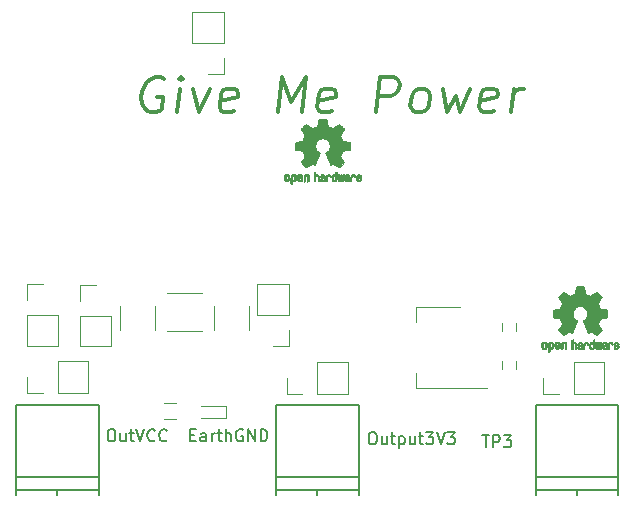
<source format=gbr>
G04 #@! TF.GenerationSoftware,KiCad,Pcbnew,(5.0.0)*
G04 #@! TF.CreationDate,2018-12-13T14:05:28+00:00*
G04 #@! TF.ProjectId,GiveMePower,476976654D65506F7765722E6B696361,rev?*
G04 #@! TF.SameCoordinates,Original*
G04 #@! TF.FileFunction,Legend,Top*
G04 #@! TF.FilePolarity,Positive*
%FSLAX46Y46*%
G04 Gerber Fmt 4.6, Leading zero omitted, Abs format (unit mm)*
G04 Created by KiCad (PCBNEW (5.0.0)) date 12/13/18 14:05:28*
%MOMM*%
%LPD*%
G01*
G04 APERTURE LIST*
%ADD10C,0.300000*%
%ADD11C,0.010000*%
%ADD12C,0.120000*%
%ADD13C,0.150000*%
G04 APERTURE END LIST*
D10*
X115783660Y-98250000D02*
X115515803Y-98107142D01*
X115087232Y-98107142D01*
X114640803Y-98250000D01*
X114319375Y-98535714D01*
X114140803Y-98821428D01*
X113926517Y-99392857D01*
X113872946Y-99821428D01*
X113944375Y-100392857D01*
X114051517Y-100678571D01*
X114301517Y-100964285D01*
X114712232Y-101107142D01*
X114997946Y-101107142D01*
X115444375Y-100964285D01*
X115605089Y-100821428D01*
X115730089Y-99821428D01*
X115158660Y-99821428D01*
X116855089Y-101107142D02*
X117105089Y-99107142D01*
X117230089Y-98107142D02*
X117069375Y-98250000D01*
X117194375Y-98392857D01*
X117355089Y-98250000D01*
X117230089Y-98107142D01*
X117194375Y-98392857D01*
X118247946Y-99107142D02*
X118712232Y-101107142D01*
X119676517Y-99107142D01*
X121730089Y-100964285D02*
X121426517Y-101107142D01*
X120855089Y-101107142D01*
X120587232Y-100964285D01*
X120480089Y-100678571D01*
X120622946Y-99535714D01*
X120801517Y-99250000D01*
X121105089Y-99107142D01*
X121676517Y-99107142D01*
X121944375Y-99250000D01*
X122051517Y-99535714D01*
X122015803Y-99821428D01*
X120551517Y-100107142D01*
X125426517Y-101107142D02*
X125801517Y-98107142D01*
X126533660Y-100250000D01*
X127801517Y-98107142D01*
X127426517Y-101107142D01*
X130015803Y-100964285D02*
X129712232Y-101107142D01*
X129140803Y-101107142D01*
X128872946Y-100964285D01*
X128765803Y-100678571D01*
X128908660Y-99535714D01*
X129087232Y-99250000D01*
X129390803Y-99107142D01*
X129962232Y-99107142D01*
X130230089Y-99250000D01*
X130337232Y-99535714D01*
X130301517Y-99821428D01*
X128837232Y-100107142D01*
X133712232Y-101107142D02*
X134087232Y-98107142D01*
X135230089Y-98107142D01*
X135497946Y-98250000D01*
X135622946Y-98392857D01*
X135730089Y-98678571D01*
X135676517Y-99107142D01*
X135497946Y-99392857D01*
X135337232Y-99535714D01*
X135033660Y-99678571D01*
X133890803Y-99678571D01*
X137140803Y-101107142D02*
X136872946Y-100964285D01*
X136747946Y-100821428D01*
X136640803Y-100535714D01*
X136747946Y-99678571D01*
X136926517Y-99392857D01*
X137087232Y-99250000D01*
X137390803Y-99107142D01*
X137819375Y-99107142D01*
X138087232Y-99250000D01*
X138212232Y-99392857D01*
X138319375Y-99678571D01*
X138212232Y-100535714D01*
X138033660Y-100821428D01*
X137872946Y-100964285D01*
X137569375Y-101107142D01*
X137140803Y-101107142D01*
X139390803Y-99107142D02*
X139712232Y-101107142D01*
X140462232Y-99678571D01*
X140855089Y-101107142D01*
X141676517Y-99107142D01*
X143730089Y-100964285D02*
X143426517Y-101107142D01*
X142855089Y-101107142D01*
X142587232Y-100964285D01*
X142480089Y-100678571D01*
X142622946Y-99535714D01*
X142801517Y-99250000D01*
X143105089Y-99107142D01*
X143676517Y-99107142D01*
X143944375Y-99250000D01*
X144051517Y-99535714D01*
X144015803Y-99821428D01*
X142551517Y-100107142D01*
X145140803Y-101107142D02*
X145390803Y-99107142D01*
X145319375Y-99678571D02*
X145497946Y-99392857D01*
X145658660Y-99250000D01*
X145962232Y-99107142D01*
X146247946Y-99107142D01*
D11*
G04 #@! TO.C,REF\002A\002A\002A*
G36*
X129303910Y-101642348D02*
X129382454Y-101642778D01*
X129439298Y-101643942D01*
X129478105Y-101646207D01*
X129502538Y-101649940D01*
X129516262Y-101655506D01*
X129522940Y-101663273D01*
X129526236Y-101673605D01*
X129526556Y-101674943D01*
X129531562Y-101699079D01*
X129540829Y-101746701D01*
X129553392Y-101812741D01*
X129568287Y-101892128D01*
X129584551Y-101979796D01*
X129585119Y-101982875D01*
X129601410Y-102068789D01*
X129616652Y-102144696D01*
X129629861Y-102206045D01*
X129640054Y-102248282D01*
X129646248Y-102266855D01*
X129646543Y-102267184D01*
X129664788Y-102276253D01*
X129702405Y-102291367D01*
X129751271Y-102309262D01*
X129751543Y-102309358D01*
X129813093Y-102332493D01*
X129885657Y-102361965D01*
X129954057Y-102391597D01*
X129957294Y-102393062D01*
X130068702Y-102443626D01*
X130315399Y-102275160D01*
X130391077Y-102223803D01*
X130459631Y-102177889D01*
X130517088Y-102140030D01*
X130559476Y-102112837D01*
X130582825Y-102098921D01*
X130585042Y-102097889D01*
X130602010Y-102102484D01*
X130633701Y-102124655D01*
X130681352Y-102165447D01*
X130746198Y-102225905D01*
X130812397Y-102290227D01*
X130876214Y-102353612D01*
X130933329Y-102411451D01*
X130980305Y-102460175D01*
X131013703Y-102496210D01*
X131030085Y-102515984D01*
X131030694Y-102517002D01*
X131032505Y-102530572D01*
X131025683Y-102552733D01*
X131008540Y-102586478D01*
X130979393Y-102634800D01*
X130936555Y-102700692D01*
X130879448Y-102785517D01*
X130828766Y-102860177D01*
X130783461Y-102927140D01*
X130746150Y-102982516D01*
X130719452Y-103022420D01*
X130705985Y-103042962D01*
X130705137Y-103044356D01*
X130706781Y-103064038D01*
X130719245Y-103102293D01*
X130740048Y-103151889D01*
X130747462Y-103167728D01*
X130779814Y-103238290D01*
X130814328Y-103318353D01*
X130842365Y-103387629D01*
X130862568Y-103439045D01*
X130878615Y-103478119D01*
X130887888Y-103498541D01*
X130889041Y-103500114D01*
X130906096Y-103502721D01*
X130946298Y-103509863D01*
X131004302Y-103520523D01*
X131074763Y-103533685D01*
X131152335Y-103548333D01*
X131231672Y-103563449D01*
X131307431Y-103578018D01*
X131374264Y-103591022D01*
X131426828Y-103601445D01*
X131459776Y-103608270D01*
X131467857Y-103610199D01*
X131476205Y-103614962D01*
X131482506Y-103625718D01*
X131487045Y-103646098D01*
X131490104Y-103679734D01*
X131491967Y-103730255D01*
X131492918Y-103801292D01*
X131493240Y-103896476D01*
X131493257Y-103935492D01*
X131493257Y-104252799D01*
X131417057Y-104267839D01*
X131374663Y-104275995D01*
X131311400Y-104287899D01*
X131234962Y-104302116D01*
X131153043Y-104317210D01*
X131130400Y-104321355D01*
X131054806Y-104336053D01*
X130988953Y-104350505D01*
X130938366Y-104363375D01*
X130908574Y-104373322D01*
X130903612Y-104376287D01*
X130891426Y-104397283D01*
X130873953Y-104437967D01*
X130854577Y-104490322D01*
X130850734Y-104501600D01*
X130825339Y-104571523D01*
X130793817Y-104650418D01*
X130762969Y-104721266D01*
X130762817Y-104721595D01*
X130711447Y-104832733D01*
X130880399Y-105081253D01*
X131049352Y-105329772D01*
X130832429Y-105547058D01*
X130766819Y-105611726D01*
X130706979Y-105668733D01*
X130656267Y-105715033D01*
X130618046Y-105747584D01*
X130595675Y-105763343D01*
X130592466Y-105764343D01*
X130573626Y-105756469D01*
X130535180Y-105734578D01*
X130481330Y-105701267D01*
X130416276Y-105659131D01*
X130345940Y-105611943D01*
X130274555Y-105563810D01*
X130210908Y-105521928D01*
X130159041Y-105488871D01*
X130122995Y-105467218D01*
X130106867Y-105459543D01*
X130087189Y-105466037D01*
X130049875Y-105483150D01*
X130002621Y-105507326D01*
X129997612Y-105510013D01*
X129933977Y-105541927D01*
X129890341Y-105557579D01*
X129863202Y-105557745D01*
X129849057Y-105543204D01*
X129848975Y-105543000D01*
X129841905Y-105525779D01*
X129825042Y-105484899D01*
X129799695Y-105423525D01*
X129767171Y-105344819D01*
X129728778Y-105251947D01*
X129685822Y-105148072D01*
X129644222Y-105047502D01*
X129598504Y-104936516D01*
X129556526Y-104833703D01*
X129519548Y-104742215D01*
X129488827Y-104665201D01*
X129465622Y-104605815D01*
X129451190Y-104567209D01*
X129446743Y-104552800D01*
X129457896Y-104536272D01*
X129487069Y-104509930D01*
X129525971Y-104480887D01*
X129636757Y-104389039D01*
X129723351Y-104283759D01*
X129784716Y-104167266D01*
X129819815Y-104041776D01*
X129827608Y-103909507D01*
X129821943Y-103848457D01*
X129791078Y-103721795D01*
X129737920Y-103609941D01*
X129665767Y-103514001D01*
X129577917Y-103435076D01*
X129477665Y-103374270D01*
X129368310Y-103332687D01*
X129253147Y-103311428D01*
X129135475Y-103311599D01*
X129018590Y-103334301D01*
X128905789Y-103380638D01*
X128800369Y-103451713D01*
X128756368Y-103491911D01*
X128671979Y-103595129D01*
X128613222Y-103707925D01*
X128579704Y-103827010D01*
X128571035Y-103949095D01*
X128586823Y-104070893D01*
X128626678Y-104189116D01*
X128690207Y-104300475D01*
X128777021Y-104401684D01*
X128874029Y-104480887D01*
X128914437Y-104511162D01*
X128942982Y-104537219D01*
X128953257Y-104552825D01*
X128947877Y-104569843D01*
X128932575Y-104610500D01*
X128908612Y-104671642D01*
X128877244Y-104750119D01*
X128839732Y-104842780D01*
X128797333Y-104946472D01*
X128755663Y-105047526D01*
X128709690Y-105158607D01*
X128667107Y-105261541D01*
X128629221Y-105353165D01*
X128597340Y-105430316D01*
X128572771Y-105489831D01*
X128556820Y-105528544D01*
X128550910Y-105543000D01*
X128536948Y-105557685D01*
X128509940Y-105557642D01*
X128466413Y-105542099D01*
X128402890Y-105510284D01*
X128402388Y-105510013D01*
X128354560Y-105485323D01*
X128315897Y-105467338D01*
X128294095Y-105459614D01*
X128293133Y-105459543D01*
X128276721Y-105467378D01*
X128240487Y-105489165D01*
X128188474Y-105522328D01*
X128124725Y-105564291D01*
X128054060Y-105611943D01*
X127982116Y-105660191D01*
X127917274Y-105702151D01*
X127863735Y-105735227D01*
X127825697Y-105756821D01*
X127807533Y-105764343D01*
X127790808Y-105754457D01*
X127757180Y-105726826D01*
X127710010Y-105684495D01*
X127652658Y-105630505D01*
X127588484Y-105567899D01*
X127567497Y-105546983D01*
X127350499Y-105329623D01*
X127515668Y-105087220D01*
X127565864Y-105012781D01*
X127609919Y-104945972D01*
X127645362Y-104890665D01*
X127669719Y-104850729D01*
X127680522Y-104830036D01*
X127680838Y-104828563D01*
X127675143Y-104809058D01*
X127659826Y-104769822D01*
X127637537Y-104717430D01*
X127621893Y-104682355D01*
X127592641Y-104615201D01*
X127565094Y-104547358D01*
X127543737Y-104490034D01*
X127537935Y-104472572D01*
X127521452Y-104425938D01*
X127505340Y-104389905D01*
X127496490Y-104376287D01*
X127476960Y-104367952D01*
X127434334Y-104356137D01*
X127374145Y-104342181D01*
X127301922Y-104327422D01*
X127269600Y-104321355D01*
X127187522Y-104306273D01*
X127108795Y-104291669D01*
X127041109Y-104278980D01*
X126992160Y-104269642D01*
X126982943Y-104267839D01*
X126906743Y-104252799D01*
X126906743Y-103935492D01*
X126906914Y-103831154D01*
X126907616Y-103752213D01*
X126909134Y-103695038D01*
X126911749Y-103655999D01*
X126915746Y-103631465D01*
X126921409Y-103617805D01*
X126929020Y-103611389D01*
X126932143Y-103610199D01*
X126950978Y-103605980D01*
X126992588Y-103597562D01*
X127051630Y-103585961D01*
X127122757Y-103572195D01*
X127200625Y-103557280D01*
X127279887Y-103542232D01*
X127355198Y-103528069D01*
X127421213Y-103515806D01*
X127472587Y-103506461D01*
X127503975Y-103501050D01*
X127510959Y-103500114D01*
X127517285Y-103487596D01*
X127531290Y-103454246D01*
X127550355Y-103406377D01*
X127557634Y-103387629D01*
X127586996Y-103315195D01*
X127621571Y-103235170D01*
X127652537Y-103167728D01*
X127675323Y-103116159D01*
X127690482Y-103073785D01*
X127695542Y-103047834D01*
X127694736Y-103044356D01*
X127684041Y-103027936D01*
X127659620Y-102991417D01*
X127624095Y-102938687D01*
X127580087Y-102873635D01*
X127530217Y-102800151D01*
X127520356Y-102785645D01*
X127462492Y-102699704D01*
X127419956Y-102634261D01*
X127391054Y-102586304D01*
X127374090Y-102552820D01*
X127367367Y-102530795D01*
X127369190Y-102517217D01*
X127369236Y-102517131D01*
X127383586Y-102499297D01*
X127415323Y-102464817D01*
X127461010Y-102417268D01*
X127517204Y-102360222D01*
X127580468Y-102297255D01*
X127587602Y-102290227D01*
X127667330Y-102213020D01*
X127728857Y-102156330D01*
X127773421Y-102119110D01*
X127802257Y-102100315D01*
X127814958Y-102097889D01*
X127833494Y-102108471D01*
X127871961Y-102132916D01*
X127926386Y-102168612D01*
X127992798Y-102212947D01*
X128067225Y-102263311D01*
X128084601Y-102275160D01*
X128331297Y-102443626D01*
X128442706Y-102393062D01*
X128510457Y-102363595D01*
X128583183Y-102333959D01*
X128645703Y-102310330D01*
X128648457Y-102309358D01*
X128697360Y-102291457D01*
X128735057Y-102276320D01*
X128753425Y-102267210D01*
X128753456Y-102267184D01*
X128759285Y-102250717D01*
X128769192Y-102210219D01*
X128782195Y-102150242D01*
X128797309Y-102075340D01*
X128813552Y-101990064D01*
X128814881Y-101982875D01*
X128831175Y-101895014D01*
X128846133Y-101815260D01*
X128858791Y-101748681D01*
X128868186Y-101700347D01*
X128873354Y-101675325D01*
X128873444Y-101674943D01*
X128876589Y-101664299D01*
X128882704Y-101656262D01*
X128895453Y-101650467D01*
X128918500Y-101646547D01*
X128955509Y-101644135D01*
X129010144Y-101642865D01*
X129086067Y-101642371D01*
X129186944Y-101642286D01*
X129200000Y-101642286D01*
X129303910Y-101642348D01*
X129303910Y-101642348D01*
G37*
X129303910Y-101642348D02*
X129382454Y-101642778D01*
X129439298Y-101643942D01*
X129478105Y-101646207D01*
X129502538Y-101649940D01*
X129516262Y-101655506D01*
X129522940Y-101663273D01*
X129526236Y-101673605D01*
X129526556Y-101674943D01*
X129531562Y-101699079D01*
X129540829Y-101746701D01*
X129553392Y-101812741D01*
X129568287Y-101892128D01*
X129584551Y-101979796D01*
X129585119Y-101982875D01*
X129601410Y-102068789D01*
X129616652Y-102144696D01*
X129629861Y-102206045D01*
X129640054Y-102248282D01*
X129646248Y-102266855D01*
X129646543Y-102267184D01*
X129664788Y-102276253D01*
X129702405Y-102291367D01*
X129751271Y-102309262D01*
X129751543Y-102309358D01*
X129813093Y-102332493D01*
X129885657Y-102361965D01*
X129954057Y-102391597D01*
X129957294Y-102393062D01*
X130068702Y-102443626D01*
X130315399Y-102275160D01*
X130391077Y-102223803D01*
X130459631Y-102177889D01*
X130517088Y-102140030D01*
X130559476Y-102112837D01*
X130582825Y-102098921D01*
X130585042Y-102097889D01*
X130602010Y-102102484D01*
X130633701Y-102124655D01*
X130681352Y-102165447D01*
X130746198Y-102225905D01*
X130812397Y-102290227D01*
X130876214Y-102353612D01*
X130933329Y-102411451D01*
X130980305Y-102460175D01*
X131013703Y-102496210D01*
X131030085Y-102515984D01*
X131030694Y-102517002D01*
X131032505Y-102530572D01*
X131025683Y-102552733D01*
X131008540Y-102586478D01*
X130979393Y-102634800D01*
X130936555Y-102700692D01*
X130879448Y-102785517D01*
X130828766Y-102860177D01*
X130783461Y-102927140D01*
X130746150Y-102982516D01*
X130719452Y-103022420D01*
X130705985Y-103042962D01*
X130705137Y-103044356D01*
X130706781Y-103064038D01*
X130719245Y-103102293D01*
X130740048Y-103151889D01*
X130747462Y-103167728D01*
X130779814Y-103238290D01*
X130814328Y-103318353D01*
X130842365Y-103387629D01*
X130862568Y-103439045D01*
X130878615Y-103478119D01*
X130887888Y-103498541D01*
X130889041Y-103500114D01*
X130906096Y-103502721D01*
X130946298Y-103509863D01*
X131004302Y-103520523D01*
X131074763Y-103533685D01*
X131152335Y-103548333D01*
X131231672Y-103563449D01*
X131307431Y-103578018D01*
X131374264Y-103591022D01*
X131426828Y-103601445D01*
X131459776Y-103608270D01*
X131467857Y-103610199D01*
X131476205Y-103614962D01*
X131482506Y-103625718D01*
X131487045Y-103646098D01*
X131490104Y-103679734D01*
X131491967Y-103730255D01*
X131492918Y-103801292D01*
X131493240Y-103896476D01*
X131493257Y-103935492D01*
X131493257Y-104252799D01*
X131417057Y-104267839D01*
X131374663Y-104275995D01*
X131311400Y-104287899D01*
X131234962Y-104302116D01*
X131153043Y-104317210D01*
X131130400Y-104321355D01*
X131054806Y-104336053D01*
X130988953Y-104350505D01*
X130938366Y-104363375D01*
X130908574Y-104373322D01*
X130903612Y-104376287D01*
X130891426Y-104397283D01*
X130873953Y-104437967D01*
X130854577Y-104490322D01*
X130850734Y-104501600D01*
X130825339Y-104571523D01*
X130793817Y-104650418D01*
X130762969Y-104721266D01*
X130762817Y-104721595D01*
X130711447Y-104832733D01*
X130880399Y-105081253D01*
X131049352Y-105329772D01*
X130832429Y-105547058D01*
X130766819Y-105611726D01*
X130706979Y-105668733D01*
X130656267Y-105715033D01*
X130618046Y-105747584D01*
X130595675Y-105763343D01*
X130592466Y-105764343D01*
X130573626Y-105756469D01*
X130535180Y-105734578D01*
X130481330Y-105701267D01*
X130416276Y-105659131D01*
X130345940Y-105611943D01*
X130274555Y-105563810D01*
X130210908Y-105521928D01*
X130159041Y-105488871D01*
X130122995Y-105467218D01*
X130106867Y-105459543D01*
X130087189Y-105466037D01*
X130049875Y-105483150D01*
X130002621Y-105507326D01*
X129997612Y-105510013D01*
X129933977Y-105541927D01*
X129890341Y-105557579D01*
X129863202Y-105557745D01*
X129849057Y-105543204D01*
X129848975Y-105543000D01*
X129841905Y-105525779D01*
X129825042Y-105484899D01*
X129799695Y-105423525D01*
X129767171Y-105344819D01*
X129728778Y-105251947D01*
X129685822Y-105148072D01*
X129644222Y-105047502D01*
X129598504Y-104936516D01*
X129556526Y-104833703D01*
X129519548Y-104742215D01*
X129488827Y-104665201D01*
X129465622Y-104605815D01*
X129451190Y-104567209D01*
X129446743Y-104552800D01*
X129457896Y-104536272D01*
X129487069Y-104509930D01*
X129525971Y-104480887D01*
X129636757Y-104389039D01*
X129723351Y-104283759D01*
X129784716Y-104167266D01*
X129819815Y-104041776D01*
X129827608Y-103909507D01*
X129821943Y-103848457D01*
X129791078Y-103721795D01*
X129737920Y-103609941D01*
X129665767Y-103514001D01*
X129577917Y-103435076D01*
X129477665Y-103374270D01*
X129368310Y-103332687D01*
X129253147Y-103311428D01*
X129135475Y-103311599D01*
X129018590Y-103334301D01*
X128905789Y-103380638D01*
X128800369Y-103451713D01*
X128756368Y-103491911D01*
X128671979Y-103595129D01*
X128613222Y-103707925D01*
X128579704Y-103827010D01*
X128571035Y-103949095D01*
X128586823Y-104070893D01*
X128626678Y-104189116D01*
X128690207Y-104300475D01*
X128777021Y-104401684D01*
X128874029Y-104480887D01*
X128914437Y-104511162D01*
X128942982Y-104537219D01*
X128953257Y-104552825D01*
X128947877Y-104569843D01*
X128932575Y-104610500D01*
X128908612Y-104671642D01*
X128877244Y-104750119D01*
X128839732Y-104842780D01*
X128797333Y-104946472D01*
X128755663Y-105047526D01*
X128709690Y-105158607D01*
X128667107Y-105261541D01*
X128629221Y-105353165D01*
X128597340Y-105430316D01*
X128572771Y-105489831D01*
X128556820Y-105528544D01*
X128550910Y-105543000D01*
X128536948Y-105557685D01*
X128509940Y-105557642D01*
X128466413Y-105542099D01*
X128402890Y-105510284D01*
X128402388Y-105510013D01*
X128354560Y-105485323D01*
X128315897Y-105467338D01*
X128294095Y-105459614D01*
X128293133Y-105459543D01*
X128276721Y-105467378D01*
X128240487Y-105489165D01*
X128188474Y-105522328D01*
X128124725Y-105564291D01*
X128054060Y-105611943D01*
X127982116Y-105660191D01*
X127917274Y-105702151D01*
X127863735Y-105735227D01*
X127825697Y-105756821D01*
X127807533Y-105764343D01*
X127790808Y-105754457D01*
X127757180Y-105726826D01*
X127710010Y-105684495D01*
X127652658Y-105630505D01*
X127588484Y-105567899D01*
X127567497Y-105546983D01*
X127350499Y-105329623D01*
X127515668Y-105087220D01*
X127565864Y-105012781D01*
X127609919Y-104945972D01*
X127645362Y-104890665D01*
X127669719Y-104850729D01*
X127680522Y-104830036D01*
X127680838Y-104828563D01*
X127675143Y-104809058D01*
X127659826Y-104769822D01*
X127637537Y-104717430D01*
X127621893Y-104682355D01*
X127592641Y-104615201D01*
X127565094Y-104547358D01*
X127543737Y-104490034D01*
X127537935Y-104472572D01*
X127521452Y-104425938D01*
X127505340Y-104389905D01*
X127496490Y-104376287D01*
X127476960Y-104367952D01*
X127434334Y-104356137D01*
X127374145Y-104342181D01*
X127301922Y-104327422D01*
X127269600Y-104321355D01*
X127187522Y-104306273D01*
X127108795Y-104291669D01*
X127041109Y-104278980D01*
X126992160Y-104269642D01*
X126982943Y-104267839D01*
X126906743Y-104252799D01*
X126906743Y-103935492D01*
X126906914Y-103831154D01*
X126907616Y-103752213D01*
X126909134Y-103695038D01*
X126911749Y-103655999D01*
X126915746Y-103631465D01*
X126921409Y-103617805D01*
X126929020Y-103611389D01*
X126932143Y-103610199D01*
X126950978Y-103605980D01*
X126992588Y-103597562D01*
X127051630Y-103585961D01*
X127122757Y-103572195D01*
X127200625Y-103557280D01*
X127279887Y-103542232D01*
X127355198Y-103528069D01*
X127421213Y-103515806D01*
X127472587Y-103506461D01*
X127503975Y-103501050D01*
X127510959Y-103500114D01*
X127517285Y-103487596D01*
X127531290Y-103454246D01*
X127550355Y-103406377D01*
X127557634Y-103387629D01*
X127586996Y-103315195D01*
X127621571Y-103235170D01*
X127652537Y-103167728D01*
X127675323Y-103116159D01*
X127690482Y-103073785D01*
X127695542Y-103047834D01*
X127694736Y-103044356D01*
X127684041Y-103027936D01*
X127659620Y-102991417D01*
X127624095Y-102938687D01*
X127580087Y-102873635D01*
X127530217Y-102800151D01*
X127520356Y-102785645D01*
X127462492Y-102699704D01*
X127419956Y-102634261D01*
X127391054Y-102586304D01*
X127374090Y-102552820D01*
X127367367Y-102530795D01*
X127369190Y-102517217D01*
X127369236Y-102517131D01*
X127383586Y-102499297D01*
X127415323Y-102464817D01*
X127461010Y-102417268D01*
X127517204Y-102360222D01*
X127580468Y-102297255D01*
X127587602Y-102290227D01*
X127667330Y-102213020D01*
X127728857Y-102156330D01*
X127773421Y-102119110D01*
X127802257Y-102100315D01*
X127814958Y-102097889D01*
X127833494Y-102108471D01*
X127871961Y-102132916D01*
X127926386Y-102168612D01*
X127992798Y-102212947D01*
X128067225Y-102263311D01*
X128084601Y-102275160D01*
X128331297Y-102443626D01*
X128442706Y-102393062D01*
X128510457Y-102363595D01*
X128583183Y-102333959D01*
X128645703Y-102310330D01*
X128648457Y-102309358D01*
X128697360Y-102291457D01*
X128735057Y-102276320D01*
X128753425Y-102267210D01*
X128753456Y-102267184D01*
X128759285Y-102250717D01*
X128769192Y-102210219D01*
X128782195Y-102150242D01*
X128797309Y-102075340D01*
X128813552Y-101990064D01*
X128814881Y-101982875D01*
X128831175Y-101895014D01*
X128846133Y-101815260D01*
X128858791Y-101748681D01*
X128868186Y-101700347D01*
X128873354Y-101675325D01*
X128873444Y-101674943D01*
X128876589Y-101664299D01*
X128882704Y-101656262D01*
X128895453Y-101650467D01*
X128918500Y-101646547D01*
X128955509Y-101644135D01*
X129010144Y-101642865D01*
X129086067Y-101642371D01*
X129186944Y-101642286D01*
X129200000Y-101642286D01*
X129303910Y-101642348D01*
G36*
X132353595Y-106366966D02*
X132411021Y-106404497D01*
X132438719Y-106438096D01*
X132460662Y-106499064D01*
X132462405Y-106547308D01*
X132458457Y-106611816D01*
X132309686Y-106676934D01*
X132237349Y-106710202D01*
X132190084Y-106736964D01*
X132165507Y-106760144D01*
X132161237Y-106782667D01*
X132174889Y-106807455D01*
X132189943Y-106823886D01*
X132233746Y-106850235D01*
X132281389Y-106852081D01*
X132325145Y-106831546D01*
X132357289Y-106790752D01*
X132363038Y-106776347D01*
X132390576Y-106731356D01*
X132422258Y-106712182D01*
X132465714Y-106695779D01*
X132465714Y-106757966D01*
X132461872Y-106800283D01*
X132446823Y-106835969D01*
X132415280Y-106876943D01*
X132410592Y-106882267D01*
X132375506Y-106918720D01*
X132345347Y-106938283D01*
X132307615Y-106947283D01*
X132276335Y-106950230D01*
X132220385Y-106950965D01*
X132180555Y-106941660D01*
X132155708Y-106927846D01*
X132116656Y-106897467D01*
X132089625Y-106864613D01*
X132072517Y-106823294D01*
X132063238Y-106767521D01*
X132059693Y-106691305D01*
X132059410Y-106652622D01*
X132060372Y-106606247D01*
X132148007Y-106606247D01*
X132149023Y-106631126D01*
X132151556Y-106635200D01*
X132168274Y-106629665D01*
X132204249Y-106615017D01*
X132252331Y-106594190D01*
X132262386Y-106589714D01*
X132323152Y-106558814D01*
X132356632Y-106531657D01*
X132363990Y-106506220D01*
X132346391Y-106480481D01*
X132331856Y-106469109D01*
X132279410Y-106446364D01*
X132230322Y-106450122D01*
X132189227Y-106477884D01*
X132160758Y-106527152D01*
X132151631Y-106566257D01*
X132148007Y-106606247D01*
X132060372Y-106606247D01*
X132061285Y-106562249D01*
X132068196Y-106495384D01*
X132081884Y-106446695D01*
X132104096Y-106410849D01*
X132136574Y-106382513D01*
X132150733Y-106373355D01*
X132215053Y-106349507D01*
X132285473Y-106348006D01*
X132353595Y-106366966D01*
X132353595Y-106366966D01*
G37*
X132353595Y-106366966D02*
X132411021Y-106404497D01*
X132438719Y-106438096D01*
X132460662Y-106499064D01*
X132462405Y-106547308D01*
X132458457Y-106611816D01*
X132309686Y-106676934D01*
X132237349Y-106710202D01*
X132190084Y-106736964D01*
X132165507Y-106760144D01*
X132161237Y-106782667D01*
X132174889Y-106807455D01*
X132189943Y-106823886D01*
X132233746Y-106850235D01*
X132281389Y-106852081D01*
X132325145Y-106831546D01*
X132357289Y-106790752D01*
X132363038Y-106776347D01*
X132390576Y-106731356D01*
X132422258Y-106712182D01*
X132465714Y-106695779D01*
X132465714Y-106757966D01*
X132461872Y-106800283D01*
X132446823Y-106835969D01*
X132415280Y-106876943D01*
X132410592Y-106882267D01*
X132375506Y-106918720D01*
X132345347Y-106938283D01*
X132307615Y-106947283D01*
X132276335Y-106950230D01*
X132220385Y-106950965D01*
X132180555Y-106941660D01*
X132155708Y-106927846D01*
X132116656Y-106897467D01*
X132089625Y-106864613D01*
X132072517Y-106823294D01*
X132063238Y-106767521D01*
X132059693Y-106691305D01*
X132059410Y-106652622D01*
X132060372Y-106606247D01*
X132148007Y-106606247D01*
X132149023Y-106631126D01*
X132151556Y-106635200D01*
X132168274Y-106629665D01*
X132204249Y-106615017D01*
X132252331Y-106594190D01*
X132262386Y-106589714D01*
X132323152Y-106558814D01*
X132356632Y-106531657D01*
X132363990Y-106506220D01*
X132346391Y-106480481D01*
X132331856Y-106469109D01*
X132279410Y-106446364D01*
X132230322Y-106450122D01*
X132189227Y-106477884D01*
X132160758Y-106527152D01*
X132151631Y-106566257D01*
X132148007Y-106606247D01*
X132060372Y-106606247D01*
X132061285Y-106562249D01*
X132068196Y-106495384D01*
X132081884Y-106446695D01*
X132104096Y-106410849D01*
X132136574Y-106382513D01*
X132150733Y-106373355D01*
X132215053Y-106349507D01*
X132285473Y-106348006D01*
X132353595Y-106366966D01*
G36*
X131852600Y-106358752D02*
X131869948Y-106366334D01*
X131911356Y-106399128D01*
X131946765Y-106446547D01*
X131968664Y-106497151D01*
X131972229Y-106522098D01*
X131960279Y-106556927D01*
X131934067Y-106575357D01*
X131905964Y-106586516D01*
X131893095Y-106588572D01*
X131886829Y-106573649D01*
X131874456Y-106541175D01*
X131869028Y-106526502D01*
X131838590Y-106475744D01*
X131794520Y-106450427D01*
X131738010Y-106451206D01*
X131733825Y-106452203D01*
X131703655Y-106466507D01*
X131681476Y-106494393D01*
X131666327Y-106539287D01*
X131657250Y-106604615D01*
X131653286Y-106693804D01*
X131652914Y-106741261D01*
X131652730Y-106816071D01*
X131651522Y-106867069D01*
X131648309Y-106899471D01*
X131642109Y-106918495D01*
X131631940Y-106929356D01*
X131616819Y-106937272D01*
X131615946Y-106937670D01*
X131586828Y-106949981D01*
X131572403Y-106954514D01*
X131570186Y-106940809D01*
X131568289Y-106902925D01*
X131566847Y-106845715D01*
X131565998Y-106774027D01*
X131565829Y-106721565D01*
X131566692Y-106620047D01*
X131570070Y-106543032D01*
X131577142Y-106486023D01*
X131589088Y-106444526D01*
X131607090Y-106414043D01*
X131632327Y-106390080D01*
X131657247Y-106373355D01*
X131717171Y-106351097D01*
X131786911Y-106346076D01*
X131852600Y-106358752D01*
X131852600Y-106358752D01*
G37*
X131852600Y-106358752D02*
X131869948Y-106366334D01*
X131911356Y-106399128D01*
X131946765Y-106446547D01*
X131968664Y-106497151D01*
X131972229Y-106522098D01*
X131960279Y-106556927D01*
X131934067Y-106575357D01*
X131905964Y-106586516D01*
X131893095Y-106588572D01*
X131886829Y-106573649D01*
X131874456Y-106541175D01*
X131869028Y-106526502D01*
X131838590Y-106475744D01*
X131794520Y-106450427D01*
X131738010Y-106451206D01*
X131733825Y-106452203D01*
X131703655Y-106466507D01*
X131681476Y-106494393D01*
X131666327Y-106539287D01*
X131657250Y-106604615D01*
X131653286Y-106693804D01*
X131652914Y-106741261D01*
X131652730Y-106816071D01*
X131651522Y-106867069D01*
X131648309Y-106899471D01*
X131642109Y-106918495D01*
X131631940Y-106929356D01*
X131616819Y-106937272D01*
X131615946Y-106937670D01*
X131586828Y-106949981D01*
X131572403Y-106954514D01*
X131570186Y-106940809D01*
X131568289Y-106902925D01*
X131566847Y-106845715D01*
X131565998Y-106774027D01*
X131565829Y-106721565D01*
X131566692Y-106620047D01*
X131570070Y-106543032D01*
X131577142Y-106486023D01*
X131589088Y-106444526D01*
X131607090Y-106414043D01*
X131632327Y-106390080D01*
X131657247Y-106373355D01*
X131717171Y-106351097D01*
X131786911Y-106346076D01*
X131852600Y-106358752D01*
G36*
X131344876Y-106356335D02*
X131386667Y-106375344D01*
X131419469Y-106398378D01*
X131443503Y-106424133D01*
X131460097Y-106457358D01*
X131470577Y-106502800D01*
X131476271Y-106565207D01*
X131478507Y-106649327D01*
X131478743Y-106704721D01*
X131478743Y-106920826D01*
X131441774Y-106937670D01*
X131412656Y-106949981D01*
X131398231Y-106954514D01*
X131395472Y-106941025D01*
X131393282Y-106904653D01*
X131391942Y-106851542D01*
X131391657Y-106809372D01*
X131390434Y-106748447D01*
X131387136Y-106700115D01*
X131382321Y-106670518D01*
X131378496Y-106664229D01*
X131352783Y-106670652D01*
X131312418Y-106687125D01*
X131265679Y-106709458D01*
X131220845Y-106733457D01*
X131186193Y-106754930D01*
X131170002Y-106769685D01*
X131169938Y-106769845D01*
X131171330Y-106797152D01*
X131183818Y-106823219D01*
X131205743Y-106844392D01*
X131237743Y-106851474D01*
X131265092Y-106850649D01*
X131303826Y-106850042D01*
X131324158Y-106859116D01*
X131336369Y-106883092D01*
X131337909Y-106887613D01*
X131343203Y-106921806D01*
X131329047Y-106942568D01*
X131292148Y-106952462D01*
X131252289Y-106954292D01*
X131180562Y-106940727D01*
X131143432Y-106921355D01*
X131097576Y-106875845D01*
X131073256Y-106819983D01*
X131071073Y-106760957D01*
X131091629Y-106705953D01*
X131122549Y-106671486D01*
X131153420Y-106652189D01*
X131201942Y-106627759D01*
X131258485Y-106602985D01*
X131267910Y-106599199D01*
X131330019Y-106571791D01*
X131365822Y-106547634D01*
X131377337Y-106523619D01*
X131366580Y-106496635D01*
X131348114Y-106475543D01*
X131304469Y-106449572D01*
X131256446Y-106447624D01*
X131212406Y-106467637D01*
X131180709Y-106507551D01*
X131176549Y-106517848D01*
X131152327Y-106555724D01*
X131116965Y-106583842D01*
X131072343Y-106606917D01*
X131072343Y-106541485D01*
X131074969Y-106501506D01*
X131086230Y-106469997D01*
X131111199Y-106436378D01*
X131135169Y-106410484D01*
X131172441Y-106373817D01*
X131201401Y-106354121D01*
X131232505Y-106346220D01*
X131267713Y-106344914D01*
X131344876Y-106356335D01*
X131344876Y-106356335D01*
G37*
X131344876Y-106356335D02*
X131386667Y-106375344D01*
X131419469Y-106398378D01*
X131443503Y-106424133D01*
X131460097Y-106457358D01*
X131470577Y-106502800D01*
X131476271Y-106565207D01*
X131478507Y-106649327D01*
X131478743Y-106704721D01*
X131478743Y-106920826D01*
X131441774Y-106937670D01*
X131412656Y-106949981D01*
X131398231Y-106954514D01*
X131395472Y-106941025D01*
X131393282Y-106904653D01*
X131391942Y-106851542D01*
X131391657Y-106809372D01*
X131390434Y-106748447D01*
X131387136Y-106700115D01*
X131382321Y-106670518D01*
X131378496Y-106664229D01*
X131352783Y-106670652D01*
X131312418Y-106687125D01*
X131265679Y-106709458D01*
X131220845Y-106733457D01*
X131186193Y-106754930D01*
X131170002Y-106769685D01*
X131169938Y-106769845D01*
X131171330Y-106797152D01*
X131183818Y-106823219D01*
X131205743Y-106844392D01*
X131237743Y-106851474D01*
X131265092Y-106850649D01*
X131303826Y-106850042D01*
X131324158Y-106859116D01*
X131336369Y-106883092D01*
X131337909Y-106887613D01*
X131343203Y-106921806D01*
X131329047Y-106942568D01*
X131292148Y-106952462D01*
X131252289Y-106954292D01*
X131180562Y-106940727D01*
X131143432Y-106921355D01*
X131097576Y-106875845D01*
X131073256Y-106819983D01*
X131071073Y-106760957D01*
X131091629Y-106705953D01*
X131122549Y-106671486D01*
X131153420Y-106652189D01*
X131201942Y-106627759D01*
X131258485Y-106602985D01*
X131267910Y-106599199D01*
X131330019Y-106571791D01*
X131365822Y-106547634D01*
X131377337Y-106523619D01*
X131366580Y-106496635D01*
X131348114Y-106475543D01*
X131304469Y-106449572D01*
X131256446Y-106447624D01*
X131212406Y-106467637D01*
X131180709Y-106507551D01*
X131176549Y-106517848D01*
X131152327Y-106555724D01*
X131116965Y-106583842D01*
X131072343Y-106606917D01*
X131072343Y-106541485D01*
X131074969Y-106501506D01*
X131086230Y-106469997D01*
X131111199Y-106436378D01*
X131135169Y-106410484D01*
X131172441Y-106373817D01*
X131201401Y-106354121D01*
X131232505Y-106346220D01*
X131267713Y-106344914D01*
X131344876Y-106356335D01*
G36*
X130979833Y-106358663D02*
X130982048Y-106396850D01*
X130983784Y-106454886D01*
X130984899Y-106528180D01*
X130985257Y-106605055D01*
X130985257Y-106865196D01*
X130939326Y-106911127D01*
X130907675Y-106939429D01*
X130879890Y-106950893D01*
X130841915Y-106950168D01*
X130826840Y-106948321D01*
X130779726Y-106942948D01*
X130740756Y-106939869D01*
X130731257Y-106939585D01*
X130699233Y-106941445D01*
X130653432Y-106946114D01*
X130635674Y-106948321D01*
X130592057Y-106951735D01*
X130562745Y-106944320D01*
X130533680Y-106921427D01*
X130523188Y-106911127D01*
X130477257Y-106865196D01*
X130477257Y-106378602D01*
X130514226Y-106361758D01*
X130546059Y-106349282D01*
X130564683Y-106344914D01*
X130569458Y-106358718D01*
X130573921Y-106397286D01*
X130577775Y-106456356D01*
X130580722Y-106531663D01*
X130582143Y-106595286D01*
X130586114Y-106845657D01*
X130620759Y-106850556D01*
X130652268Y-106847131D01*
X130667708Y-106836041D01*
X130672023Y-106815308D01*
X130675708Y-106771145D01*
X130678469Y-106709146D01*
X130680012Y-106634909D01*
X130680235Y-106596706D01*
X130680457Y-106376783D01*
X130726166Y-106360849D01*
X130758518Y-106350015D01*
X130776115Y-106344962D01*
X130776623Y-106344914D01*
X130778388Y-106358648D01*
X130780329Y-106396730D01*
X130782282Y-106454482D01*
X130784084Y-106527227D01*
X130785343Y-106595286D01*
X130789314Y-106845657D01*
X130876400Y-106845657D01*
X130880396Y-106617240D01*
X130884392Y-106388822D01*
X130926847Y-106366868D01*
X130958192Y-106351793D01*
X130976744Y-106344951D01*
X130977279Y-106344914D01*
X130979833Y-106358663D01*
X130979833Y-106358663D01*
G37*
X130979833Y-106358663D02*
X130982048Y-106396850D01*
X130983784Y-106454886D01*
X130984899Y-106528180D01*
X130985257Y-106605055D01*
X130985257Y-106865196D01*
X130939326Y-106911127D01*
X130907675Y-106939429D01*
X130879890Y-106950893D01*
X130841915Y-106950168D01*
X130826840Y-106948321D01*
X130779726Y-106942948D01*
X130740756Y-106939869D01*
X130731257Y-106939585D01*
X130699233Y-106941445D01*
X130653432Y-106946114D01*
X130635674Y-106948321D01*
X130592057Y-106951735D01*
X130562745Y-106944320D01*
X130533680Y-106921427D01*
X130523188Y-106911127D01*
X130477257Y-106865196D01*
X130477257Y-106378602D01*
X130514226Y-106361758D01*
X130546059Y-106349282D01*
X130564683Y-106344914D01*
X130569458Y-106358718D01*
X130573921Y-106397286D01*
X130577775Y-106456356D01*
X130580722Y-106531663D01*
X130582143Y-106595286D01*
X130586114Y-106845657D01*
X130620759Y-106850556D01*
X130652268Y-106847131D01*
X130667708Y-106836041D01*
X130672023Y-106815308D01*
X130675708Y-106771145D01*
X130678469Y-106709146D01*
X130680012Y-106634909D01*
X130680235Y-106596706D01*
X130680457Y-106376783D01*
X130726166Y-106360849D01*
X130758518Y-106350015D01*
X130776115Y-106344962D01*
X130776623Y-106344914D01*
X130778388Y-106358648D01*
X130780329Y-106396730D01*
X130782282Y-106454482D01*
X130784084Y-106527227D01*
X130785343Y-106595286D01*
X130789314Y-106845657D01*
X130876400Y-106845657D01*
X130880396Y-106617240D01*
X130884392Y-106388822D01*
X130926847Y-106366868D01*
X130958192Y-106351793D01*
X130976744Y-106344951D01*
X130977279Y-106344914D01*
X130979833Y-106358663D01*
G36*
X130390117Y-106465358D02*
X130389933Y-106573837D01*
X130389219Y-106657287D01*
X130387675Y-106719704D01*
X130385001Y-106765085D01*
X130380894Y-106797429D01*
X130375055Y-106820733D01*
X130367182Y-106838995D01*
X130361221Y-106849418D01*
X130311855Y-106905945D01*
X130249264Y-106941377D01*
X130180013Y-106954090D01*
X130110668Y-106942463D01*
X130069375Y-106921568D01*
X130026025Y-106885422D01*
X129996481Y-106841276D01*
X129978655Y-106783462D01*
X129970463Y-106706313D01*
X129969302Y-106649714D01*
X129969458Y-106645647D01*
X130070857Y-106645647D01*
X130071476Y-106710550D01*
X130074314Y-106753514D01*
X130080840Y-106781622D01*
X130092523Y-106801953D01*
X130106483Y-106817288D01*
X130153365Y-106846890D01*
X130203701Y-106849419D01*
X130251276Y-106824705D01*
X130254979Y-106821356D01*
X130270783Y-106803935D01*
X130280693Y-106783209D01*
X130286058Y-106752362D01*
X130288228Y-106704577D01*
X130288571Y-106651748D01*
X130287827Y-106585381D01*
X130284748Y-106541106D01*
X130278061Y-106512009D01*
X130266496Y-106491173D01*
X130257013Y-106480107D01*
X130212960Y-106452198D01*
X130162224Y-106448843D01*
X130113796Y-106470159D01*
X130104450Y-106478073D01*
X130088540Y-106495647D01*
X130078610Y-106516587D01*
X130073278Y-106547782D01*
X130071163Y-106596122D01*
X130070857Y-106645647D01*
X129969458Y-106645647D01*
X129972810Y-106558568D01*
X129984726Y-106490086D01*
X130007135Y-106438600D01*
X130042124Y-106398443D01*
X130069375Y-106377861D01*
X130118907Y-106355625D01*
X130176316Y-106345304D01*
X130229682Y-106348067D01*
X130259543Y-106359212D01*
X130271261Y-106362383D01*
X130279037Y-106350557D01*
X130284465Y-106318866D01*
X130288571Y-106270593D01*
X130293067Y-106216829D01*
X130299313Y-106184482D01*
X130310676Y-106165985D01*
X130330528Y-106153770D01*
X130343000Y-106148362D01*
X130390171Y-106128601D01*
X130390117Y-106465358D01*
X130390117Y-106465358D01*
G37*
X130390117Y-106465358D02*
X130389933Y-106573837D01*
X130389219Y-106657287D01*
X130387675Y-106719704D01*
X130385001Y-106765085D01*
X130380894Y-106797429D01*
X130375055Y-106820733D01*
X130367182Y-106838995D01*
X130361221Y-106849418D01*
X130311855Y-106905945D01*
X130249264Y-106941377D01*
X130180013Y-106954090D01*
X130110668Y-106942463D01*
X130069375Y-106921568D01*
X130026025Y-106885422D01*
X129996481Y-106841276D01*
X129978655Y-106783462D01*
X129970463Y-106706313D01*
X129969302Y-106649714D01*
X129969458Y-106645647D01*
X130070857Y-106645647D01*
X130071476Y-106710550D01*
X130074314Y-106753514D01*
X130080840Y-106781622D01*
X130092523Y-106801953D01*
X130106483Y-106817288D01*
X130153365Y-106846890D01*
X130203701Y-106849419D01*
X130251276Y-106824705D01*
X130254979Y-106821356D01*
X130270783Y-106803935D01*
X130280693Y-106783209D01*
X130286058Y-106752362D01*
X130288228Y-106704577D01*
X130288571Y-106651748D01*
X130287827Y-106585381D01*
X130284748Y-106541106D01*
X130278061Y-106512009D01*
X130266496Y-106491173D01*
X130257013Y-106480107D01*
X130212960Y-106452198D01*
X130162224Y-106448843D01*
X130113796Y-106470159D01*
X130104450Y-106478073D01*
X130088540Y-106495647D01*
X130078610Y-106516587D01*
X130073278Y-106547782D01*
X130071163Y-106596122D01*
X130070857Y-106645647D01*
X129969458Y-106645647D01*
X129972810Y-106558568D01*
X129984726Y-106490086D01*
X130007135Y-106438600D01*
X130042124Y-106398443D01*
X130069375Y-106377861D01*
X130118907Y-106355625D01*
X130176316Y-106345304D01*
X130229682Y-106348067D01*
X130259543Y-106359212D01*
X130271261Y-106362383D01*
X130279037Y-106350557D01*
X130284465Y-106318866D01*
X130288571Y-106270593D01*
X130293067Y-106216829D01*
X130299313Y-106184482D01*
X130310676Y-106165985D01*
X130330528Y-106153770D01*
X130343000Y-106148362D01*
X130390171Y-106128601D01*
X130390117Y-106465358D01*
G36*
X129729926Y-106349755D02*
X129795858Y-106374084D01*
X129849273Y-106417117D01*
X129870164Y-106447409D01*
X129892939Y-106502994D01*
X129892466Y-106543186D01*
X129868562Y-106570217D01*
X129859717Y-106574813D01*
X129821530Y-106589144D01*
X129802028Y-106585472D01*
X129795422Y-106561407D01*
X129795086Y-106548114D01*
X129782992Y-106499210D01*
X129751471Y-106464999D01*
X129707659Y-106448476D01*
X129658695Y-106452634D01*
X129618894Y-106474227D01*
X129605450Y-106486544D01*
X129595921Y-106501487D01*
X129589485Y-106524075D01*
X129585317Y-106559328D01*
X129582597Y-106612266D01*
X129580502Y-106687907D01*
X129579960Y-106711857D01*
X129577981Y-106793790D01*
X129575731Y-106851455D01*
X129572357Y-106889608D01*
X129567006Y-106913004D01*
X129558824Y-106926398D01*
X129546959Y-106934545D01*
X129539362Y-106938144D01*
X129507102Y-106950452D01*
X129488111Y-106954514D01*
X129481836Y-106940948D01*
X129478006Y-106899934D01*
X129476600Y-106830999D01*
X129477598Y-106733669D01*
X129477908Y-106718657D01*
X129480101Y-106629859D01*
X129482693Y-106565019D01*
X129486382Y-106519067D01*
X129491864Y-106486935D01*
X129499835Y-106463553D01*
X129510993Y-106443852D01*
X129516830Y-106435410D01*
X129550296Y-106398057D01*
X129587727Y-106369003D01*
X129592309Y-106366467D01*
X129659426Y-106346443D01*
X129729926Y-106349755D01*
X129729926Y-106349755D01*
G37*
X129729926Y-106349755D02*
X129795858Y-106374084D01*
X129849273Y-106417117D01*
X129870164Y-106447409D01*
X129892939Y-106502994D01*
X129892466Y-106543186D01*
X129868562Y-106570217D01*
X129859717Y-106574813D01*
X129821530Y-106589144D01*
X129802028Y-106585472D01*
X129795422Y-106561407D01*
X129795086Y-106548114D01*
X129782992Y-106499210D01*
X129751471Y-106464999D01*
X129707659Y-106448476D01*
X129658695Y-106452634D01*
X129618894Y-106474227D01*
X129605450Y-106486544D01*
X129595921Y-106501487D01*
X129589485Y-106524075D01*
X129585317Y-106559328D01*
X129582597Y-106612266D01*
X129580502Y-106687907D01*
X129579960Y-106711857D01*
X129577981Y-106793790D01*
X129575731Y-106851455D01*
X129572357Y-106889608D01*
X129567006Y-106913004D01*
X129558824Y-106926398D01*
X129546959Y-106934545D01*
X129539362Y-106938144D01*
X129507102Y-106950452D01*
X129488111Y-106954514D01*
X129481836Y-106940948D01*
X129478006Y-106899934D01*
X129476600Y-106830999D01*
X129477598Y-106733669D01*
X129477908Y-106718657D01*
X129480101Y-106629859D01*
X129482693Y-106565019D01*
X129486382Y-106519067D01*
X129491864Y-106486935D01*
X129499835Y-106463553D01*
X129510993Y-106443852D01*
X129516830Y-106435410D01*
X129550296Y-106398057D01*
X129587727Y-106369003D01*
X129592309Y-106366467D01*
X129659426Y-106346443D01*
X129729926Y-106349755D01*
G36*
X129239744Y-106350968D02*
X129296616Y-106372087D01*
X129297267Y-106372493D01*
X129332440Y-106398380D01*
X129358407Y-106428633D01*
X129376670Y-106468058D01*
X129388732Y-106521462D01*
X129396096Y-106593651D01*
X129400264Y-106689432D01*
X129400629Y-106703078D01*
X129405876Y-106908842D01*
X129361716Y-106931678D01*
X129329763Y-106947110D01*
X129310470Y-106954423D01*
X129309578Y-106954514D01*
X129306239Y-106941022D01*
X129303587Y-106904626D01*
X129301956Y-106851452D01*
X129301600Y-106808393D01*
X129301592Y-106738641D01*
X129298403Y-106694837D01*
X129287288Y-106673944D01*
X129263501Y-106672925D01*
X129222296Y-106688741D01*
X129160086Y-106717815D01*
X129114341Y-106741963D01*
X129090813Y-106762913D01*
X129083896Y-106785747D01*
X129083886Y-106786877D01*
X129095299Y-106826212D01*
X129129092Y-106847462D01*
X129180809Y-106850539D01*
X129218061Y-106850006D01*
X129237703Y-106860735D01*
X129249952Y-106886505D01*
X129257002Y-106919337D01*
X129246842Y-106937966D01*
X129243017Y-106940632D01*
X129207001Y-106951340D01*
X129156566Y-106952856D01*
X129104626Y-106945759D01*
X129067822Y-106932788D01*
X129016938Y-106889585D01*
X128988014Y-106829446D01*
X128982286Y-106782462D01*
X128986657Y-106740082D01*
X129002475Y-106705488D01*
X129033797Y-106674763D01*
X129084678Y-106643990D01*
X129159176Y-106609252D01*
X129163714Y-106607288D01*
X129230821Y-106576287D01*
X129272232Y-106550862D01*
X129289981Y-106528014D01*
X129286107Y-106504745D01*
X129262643Y-106478056D01*
X129255627Y-106471914D01*
X129208630Y-106448100D01*
X129159933Y-106449103D01*
X129117522Y-106472451D01*
X129089384Y-106515675D01*
X129086769Y-106524160D01*
X129061308Y-106565308D01*
X129029001Y-106585128D01*
X128982286Y-106604770D01*
X128982286Y-106553950D01*
X128996496Y-106480082D01*
X129038675Y-106412327D01*
X129060624Y-106389661D01*
X129110517Y-106360569D01*
X129173967Y-106347400D01*
X129239744Y-106350968D01*
X129239744Y-106350968D01*
G37*
X129239744Y-106350968D02*
X129296616Y-106372087D01*
X129297267Y-106372493D01*
X129332440Y-106398380D01*
X129358407Y-106428633D01*
X129376670Y-106468058D01*
X129388732Y-106521462D01*
X129396096Y-106593651D01*
X129400264Y-106689432D01*
X129400629Y-106703078D01*
X129405876Y-106908842D01*
X129361716Y-106931678D01*
X129329763Y-106947110D01*
X129310470Y-106954423D01*
X129309578Y-106954514D01*
X129306239Y-106941022D01*
X129303587Y-106904626D01*
X129301956Y-106851452D01*
X129301600Y-106808393D01*
X129301592Y-106738641D01*
X129298403Y-106694837D01*
X129287288Y-106673944D01*
X129263501Y-106672925D01*
X129222296Y-106688741D01*
X129160086Y-106717815D01*
X129114341Y-106741963D01*
X129090813Y-106762913D01*
X129083896Y-106785747D01*
X129083886Y-106786877D01*
X129095299Y-106826212D01*
X129129092Y-106847462D01*
X129180809Y-106850539D01*
X129218061Y-106850006D01*
X129237703Y-106860735D01*
X129249952Y-106886505D01*
X129257002Y-106919337D01*
X129246842Y-106937966D01*
X129243017Y-106940632D01*
X129207001Y-106951340D01*
X129156566Y-106952856D01*
X129104626Y-106945759D01*
X129067822Y-106932788D01*
X129016938Y-106889585D01*
X128988014Y-106829446D01*
X128982286Y-106782462D01*
X128986657Y-106740082D01*
X129002475Y-106705488D01*
X129033797Y-106674763D01*
X129084678Y-106643990D01*
X129159176Y-106609252D01*
X129163714Y-106607288D01*
X129230821Y-106576287D01*
X129272232Y-106550862D01*
X129289981Y-106528014D01*
X129286107Y-106504745D01*
X129262643Y-106478056D01*
X129255627Y-106471914D01*
X129208630Y-106448100D01*
X129159933Y-106449103D01*
X129117522Y-106472451D01*
X129089384Y-106515675D01*
X129086769Y-106524160D01*
X129061308Y-106565308D01*
X129029001Y-106585128D01*
X128982286Y-106604770D01*
X128982286Y-106553950D01*
X128996496Y-106480082D01*
X129038675Y-106412327D01*
X129060624Y-106389661D01*
X129110517Y-106360569D01*
X129173967Y-106347400D01*
X129239744Y-106350968D01*
G36*
X128575886Y-106251289D02*
X128580139Y-106310613D01*
X128585025Y-106345572D01*
X128591795Y-106360820D01*
X128601702Y-106361015D01*
X128604914Y-106359195D01*
X128647644Y-106346015D01*
X128703227Y-106346785D01*
X128759737Y-106360333D01*
X128795082Y-106377861D01*
X128831321Y-106405861D01*
X128857813Y-106437549D01*
X128875999Y-106477813D01*
X128887322Y-106531543D01*
X128893222Y-106603626D01*
X128895143Y-106698951D01*
X128895177Y-106717237D01*
X128895200Y-106922646D01*
X128849491Y-106938580D01*
X128817027Y-106949420D01*
X128799215Y-106954468D01*
X128798691Y-106954514D01*
X128796937Y-106940828D01*
X128795444Y-106903076D01*
X128794326Y-106846224D01*
X128793697Y-106775234D01*
X128793600Y-106732073D01*
X128793398Y-106646973D01*
X128792358Y-106585981D01*
X128789831Y-106544177D01*
X128785164Y-106516642D01*
X128777707Y-106498456D01*
X128766811Y-106484698D01*
X128760007Y-106478073D01*
X128713272Y-106451375D01*
X128662272Y-106449375D01*
X128616001Y-106471955D01*
X128607444Y-106480107D01*
X128594893Y-106495436D01*
X128586188Y-106513618D01*
X128580631Y-106539909D01*
X128577526Y-106579562D01*
X128576176Y-106637832D01*
X128575886Y-106718173D01*
X128575886Y-106922646D01*
X128530177Y-106938580D01*
X128497713Y-106949420D01*
X128479901Y-106954468D01*
X128479377Y-106954514D01*
X128478037Y-106940623D01*
X128476828Y-106901439D01*
X128475801Y-106840700D01*
X128475002Y-106762141D01*
X128474481Y-106669498D01*
X128474286Y-106566509D01*
X128474286Y-106169342D01*
X128521457Y-106149444D01*
X128568629Y-106129547D01*
X128575886Y-106251289D01*
X128575886Y-106251289D01*
G37*
X128575886Y-106251289D02*
X128580139Y-106310613D01*
X128585025Y-106345572D01*
X128591795Y-106360820D01*
X128601702Y-106361015D01*
X128604914Y-106359195D01*
X128647644Y-106346015D01*
X128703227Y-106346785D01*
X128759737Y-106360333D01*
X128795082Y-106377861D01*
X128831321Y-106405861D01*
X128857813Y-106437549D01*
X128875999Y-106477813D01*
X128887322Y-106531543D01*
X128893222Y-106603626D01*
X128895143Y-106698951D01*
X128895177Y-106717237D01*
X128895200Y-106922646D01*
X128849491Y-106938580D01*
X128817027Y-106949420D01*
X128799215Y-106954468D01*
X128798691Y-106954514D01*
X128796937Y-106940828D01*
X128795444Y-106903076D01*
X128794326Y-106846224D01*
X128793697Y-106775234D01*
X128793600Y-106732073D01*
X128793398Y-106646973D01*
X128792358Y-106585981D01*
X128789831Y-106544177D01*
X128785164Y-106516642D01*
X128777707Y-106498456D01*
X128766811Y-106484698D01*
X128760007Y-106478073D01*
X128713272Y-106451375D01*
X128662272Y-106449375D01*
X128616001Y-106471955D01*
X128607444Y-106480107D01*
X128594893Y-106495436D01*
X128586188Y-106513618D01*
X128580631Y-106539909D01*
X128577526Y-106579562D01*
X128576176Y-106637832D01*
X128575886Y-106718173D01*
X128575886Y-106922646D01*
X128530177Y-106938580D01*
X128497713Y-106949420D01*
X128479901Y-106954468D01*
X128479377Y-106954514D01*
X128478037Y-106940623D01*
X128476828Y-106901439D01*
X128475801Y-106840700D01*
X128475002Y-106762141D01*
X128474481Y-106669498D01*
X128474286Y-106566509D01*
X128474286Y-106169342D01*
X128521457Y-106149444D01*
X128568629Y-106129547D01*
X128575886Y-106251289D01*
G36*
X127368303Y-106331239D02*
X127425527Y-106369735D01*
X127469749Y-106425335D01*
X127496167Y-106496086D01*
X127501510Y-106548162D01*
X127500903Y-106569893D01*
X127495822Y-106586531D01*
X127481855Y-106601437D01*
X127454589Y-106617973D01*
X127409612Y-106639498D01*
X127342511Y-106669374D01*
X127342171Y-106669524D01*
X127280407Y-106697813D01*
X127229759Y-106722933D01*
X127195404Y-106742179D01*
X127182518Y-106752848D01*
X127182514Y-106752934D01*
X127193872Y-106776166D01*
X127220431Y-106801774D01*
X127250923Y-106820221D01*
X127266370Y-106823886D01*
X127308515Y-106811212D01*
X127344808Y-106779471D01*
X127362517Y-106744572D01*
X127379552Y-106718845D01*
X127412922Y-106689546D01*
X127452149Y-106664235D01*
X127486756Y-106650471D01*
X127493993Y-106649714D01*
X127502139Y-106662160D01*
X127502630Y-106693972D01*
X127496643Y-106736866D01*
X127485357Y-106782558D01*
X127469950Y-106822761D01*
X127469171Y-106824322D01*
X127422804Y-106889062D01*
X127362711Y-106933097D01*
X127294465Y-106954711D01*
X127223638Y-106952185D01*
X127155804Y-106923804D01*
X127152788Y-106921808D01*
X127099427Y-106873448D01*
X127064340Y-106810352D01*
X127044922Y-106727387D01*
X127042316Y-106704078D01*
X127037701Y-106594055D01*
X127043233Y-106542748D01*
X127182514Y-106542748D01*
X127184324Y-106574753D01*
X127194222Y-106584093D01*
X127218898Y-106577105D01*
X127257795Y-106560587D01*
X127301275Y-106539881D01*
X127302356Y-106539333D01*
X127339209Y-106519949D01*
X127354000Y-106507013D01*
X127350353Y-106493451D01*
X127334995Y-106475632D01*
X127295923Y-106449845D01*
X127253846Y-106447950D01*
X127216103Y-106466717D01*
X127190034Y-106502915D01*
X127182514Y-106542748D01*
X127043233Y-106542748D01*
X127047194Y-106506027D01*
X127071550Y-106436212D01*
X127105456Y-106387302D01*
X127166653Y-106337878D01*
X127234063Y-106313359D01*
X127302880Y-106311797D01*
X127368303Y-106331239D01*
X127368303Y-106331239D01*
G37*
X127368303Y-106331239D02*
X127425527Y-106369735D01*
X127469749Y-106425335D01*
X127496167Y-106496086D01*
X127501510Y-106548162D01*
X127500903Y-106569893D01*
X127495822Y-106586531D01*
X127481855Y-106601437D01*
X127454589Y-106617973D01*
X127409612Y-106639498D01*
X127342511Y-106669374D01*
X127342171Y-106669524D01*
X127280407Y-106697813D01*
X127229759Y-106722933D01*
X127195404Y-106742179D01*
X127182518Y-106752848D01*
X127182514Y-106752934D01*
X127193872Y-106776166D01*
X127220431Y-106801774D01*
X127250923Y-106820221D01*
X127266370Y-106823886D01*
X127308515Y-106811212D01*
X127344808Y-106779471D01*
X127362517Y-106744572D01*
X127379552Y-106718845D01*
X127412922Y-106689546D01*
X127452149Y-106664235D01*
X127486756Y-106650471D01*
X127493993Y-106649714D01*
X127502139Y-106662160D01*
X127502630Y-106693972D01*
X127496643Y-106736866D01*
X127485357Y-106782558D01*
X127469950Y-106822761D01*
X127469171Y-106824322D01*
X127422804Y-106889062D01*
X127362711Y-106933097D01*
X127294465Y-106954711D01*
X127223638Y-106952185D01*
X127155804Y-106923804D01*
X127152788Y-106921808D01*
X127099427Y-106873448D01*
X127064340Y-106810352D01*
X127044922Y-106727387D01*
X127042316Y-106704078D01*
X127037701Y-106594055D01*
X127043233Y-106542748D01*
X127182514Y-106542748D01*
X127184324Y-106574753D01*
X127194222Y-106584093D01*
X127218898Y-106577105D01*
X127257795Y-106560587D01*
X127301275Y-106539881D01*
X127302356Y-106539333D01*
X127339209Y-106519949D01*
X127354000Y-106507013D01*
X127350353Y-106493451D01*
X127334995Y-106475632D01*
X127295923Y-106449845D01*
X127253846Y-106447950D01*
X127216103Y-106466717D01*
X127190034Y-106502915D01*
X127182514Y-106542748D01*
X127043233Y-106542748D01*
X127047194Y-106506027D01*
X127071550Y-106436212D01*
X127105456Y-106387302D01*
X127166653Y-106337878D01*
X127234063Y-106313359D01*
X127302880Y-106311797D01*
X127368303Y-106331239D01*
G36*
X126241115Y-106321962D02*
X126309145Y-106357733D01*
X126359351Y-106415301D01*
X126377185Y-106452312D01*
X126391063Y-106507882D01*
X126398167Y-106578096D01*
X126398840Y-106654727D01*
X126393427Y-106729552D01*
X126382270Y-106794342D01*
X126365714Y-106840873D01*
X126360626Y-106848887D01*
X126300355Y-106908707D01*
X126228769Y-106944535D01*
X126151092Y-106955020D01*
X126072548Y-106938810D01*
X126050689Y-106929092D01*
X126008122Y-106899143D01*
X125970763Y-106859433D01*
X125967232Y-106854397D01*
X125952881Y-106830124D01*
X125943394Y-106804178D01*
X125937790Y-106770022D01*
X125935086Y-106721119D01*
X125934299Y-106650935D01*
X125934286Y-106635200D01*
X125934322Y-106630192D01*
X126079429Y-106630192D01*
X126080273Y-106696430D01*
X126083596Y-106740386D01*
X126090583Y-106768779D01*
X126102416Y-106788325D01*
X126108457Y-106794857D01*
X126143186Y-106819680D01*
X126176903Y-106818548D01*
X126210995Y-106797016D01*
X126231329Y-106774029D01*
X126243371Y-106740478D01*
X126250134Y-106687569D01*
X126250598Y-106681399D01*
X126251752Y-106585513D01*
X126239688Y-106514299D01*
X126214570Y-106468194D01*
X126176560Y-106447635D01*
X126162992Y-106446514D01*
X126127364Y-106452152D01*
X126102994Y-106471686D01*
X126088093Y-106509042D01*
X126080875Y-106568150D01*
X126079429Y-106630192D01*
X125934322Y-106630192D01*
X125934826Y-106560413D01*
X125937096Y-106508159D01*
X125942068Y-106471949D01*
X125950713Y-106445299D01*
X125964005Y-106421722D01*
X125966943Y-106417338D01*
X126016313Y-106358249D01*
X126070109Y-106323947D01*
X126135602Y-106310331D01*
X126157842Y-106309665D01*
X126241115Y-106321962D01*
X126241115Y-106321962D01*
G37*
X126241115Y-106321962D02*
X126309145Y-106357733D01*
X126359351Y-106415301D01*
X126377185Y-106452312D01*
X126391063Y-106507882D01*
X126398167Y-106578096D01*
X126398840Y-106654727D01*
X126393427Y-106729552D01*
X126382270Y-106794342D01*
X126365714Y-106840873D01*
X126360626Y-106848887D01*
X126300355Y-106908707D01*
X126228769Y-106944535D01*
X126151092Y-106955020D01*
X126072548Y-106938810D01*
X126050689Y-106929092D01*
X126008122Y-106899143D01*
X125970763Y-106859433D01*
X125967232Y-106854397D01*
X125952881Y-106830124D01*
X125943394Y-106804178D01*
X125937790Y-106770022D01*
X125935086Y-106721119D01*
X125934299Y-106650935D01*
X125934286Y-106635200D01*
X125934322Y-106630192D01*
X126079429Y-106630192D01*
X126080273Y-106696430D01*
X126083596Y-106740386D01*
X126090583Y-106768779D01*
X126102416Y-106788325D01*
X126108457Y-106794857D01*
X126143186Y-106819680D01*
X126176903Y-106818548D01*
X126210995Y-106797016D01*
X126231329Y-106774029D01*
X126243371Y-106740478D01*
X126250134Y-106687569D01*
X126250598Y-106681399D01*
X126251752Y-106585513D01*
X126239688Y-106514299D01*
X126214570Y-106468194D01*
X126176560Y-106447635D01*
X126162992Y-106446514D01*
X126127364Y-106452152D01*
X126102994Y-106471686D01*
X126088093Y-106509042D01*
X126080875Y-106568150D01*
X126079429Y-106630192D01*
X125934322Y-106630192D01*
X125934826Y-106560413D01*
X125937096Y-106508159D01*
X125942068Y-106471949D01*
X125950713Y-106445299D01*
X125964005Y-106421722D01*
X125966943Y-106417338D01*
X126016313Y-106358249D01*
X126070109Y-106323947D01*
X126135602Y-106310331D01*
X126157842Y-106309665D01*
X126241115Y-106321962D01*
G36*
X127916093Y-106327780D02*
X127962672Y-106354723D01*
X127995057Y-106381466D01*
X128018742Y-106409484D01*
X128035059Y-106443748D01*
X128045339Y-106489227D01*
X128050914Y-106550892D01*
X128053116Y-106633711D01*
X128053371Y-106693246D01*
X128053371Y-106912391D01*
X127991686Y-106940044D01*
X127930000Y-106967697D01*
X127922743Y-106727670D01*
X127919744Y-106638028D01*
X127916598Y-106572962D01*
X127912701Y-106528026D01*
X127907447Y-106498770D01*
X127900231Y-106480748D01*
X127890450Y-106469511D01*
X127887312Y-106467079D01*
X127839761Y-106448083D01*
X127791697Y-106455600D01*
X127763086Y-106475543D01*
X127751447Y-106489675D01*
X127743391Y-106508220D01*
X127738271Y-106536334D01*
X127735441Y-106579173D01*
X127734256Y-106641895D01*
X127734057Y-106707261D01*
X127734018Y-106789268D01*
X127732614Y-106847316D01*
X127727914Y-106886465D01*
X127717987Y-106911780D01*
X127700903Y-106928323D01*
X127674732Y-106941156D01*
X127639775Y-106954491D01*
X127601596Y-106969007D01*
X127606141Y-106711389D01*
X127607971Y-106618519D01*
X127610112Y-106549889D01*
X127613181Y-106500711D01*
X127617794Y-106466198D01*
X127624568Y-106441562D01*
X127634119Y-106422016D01*
X127645634Y-106404770D01*
X127701190Y-106349680D01*
X127768980Y-106317822D01*
X127842713Y-106310191D01*
X127916093Y-106327780D01*
X127916093Y-106327780D01*
G37*
X127916093Y-106327780D02*
X127962672Y-106354723D01*
X127995057Y-106381466D01*
X128018742Y-106409484D01*
X128035059Y-106443748D01*
X128045339Y-106489227D01*
X128050914Y-106550892D01*
X128053116Y-106633711D01*
X128053371Y-106693246D01*
X128053371Y-106912391D01*
X127991686Y-106940044D01*
X127930000Y-106967697D01*
X127922743Y-106727670D01*
X127919744Y-106638028D01*
X127916598Y-106572962D01*
X127912701Y-106528026D01*
X127907447Y-106498770D01*
X127900231Y-106480748D01*
X127890450Y-106469511D01*
X127887312Y-106467079D01*
X127839761Y-106448083D01*
X127791697Y-106455600D01*
X127763086Y-106475543D01*
X127751447Y-106489675D01*
X127743391Y-106508220D01*
X127738271Y-106536334D01*
X127735441Y-106579173D01*
X127734256Y-106641895D01*
X127734057Y-106707261D01*
X127734018Y-106789268D01*
X127732614Y-106847316D01*
X127727914Y-106886465D01*
X127717987Y-106911780D01*
X127700903Y-106928323D01*
X127674732Y-106941156D01*
X127639775Y-106954491D01*
X127601596Y-106969007D01*
X127606141Y-106711389D01*
X127607971Y-106618519D01*
X127610112Y-106549889D01*
X127613181Y-106500711D01*
X127617794Y-106466198D01*
X127624568Y-106441562D01*
X127634119Y-106422016D01*
X127645634Y-106404770D01*
X127701190Y-106349680D01*
X127768980Y-106317822D01*
X127842713Y-106310191D01*
X127916093Y-106327780D01*
G36*
X126799744Y-106319918D02*
X126855201Y-106347568D01*
X126904148Y-106398480D01*
X126917629Y-106417338D01*
X126932314Y-106442015D01*
X126941842Y-106468816D01*
X126947293Y-106504587D01*
X126949747Y-106556169D01*
X126950286Y-106624267D01*
X126947852Y-106717588D01*
X126939394Y-106787657D01*
X126923174Y-106839931D01*
X126897454Y-106879869D01*
X126860497Y-106912929D01*
X126857782Y-106914886D01*
X126821360Y-106934908D01*
X126777502Y-106944815D01*
X126721724Y-106947257D01*
X126631048Y-106947257D01*
X126631010Y-107035283D01*
X126630166Y-107084308D01*
X126625024Y-107113065D01*
X126611587Y-107130311D01*
X126585858Y-107144808D01*
X126579679Y-107147769D01*
X126550764Y-107161648D01*
X126528376Y-107170414D01*
X126511729Y-107171171D01*
X126500036Y-107161023D01*
X126492510Y-107137073D01*
X126488366Y-107096426D01*
X126486815Y-107036186D01*
X126487071Y-106953455D01*
X126488349Y-106845339D01*
X126488748Y-106813000D01*
X126490185Y-106701524D01*
X126491472Y-106628603D01*
X126630971Y-106628603D01*
X126631755Y-106690499D01*
X126635240Y-106730997D01*
X126643124Y-106757708D01*
X126657105Y-106778244D01*
X126666597Y-106788260D01*
X126705404Y-106817567D01*
X126739763Y-106819952D01*
X126775216Y-106795750D01*
X126776114Y-106794857D01*
X126790539Y-106776153D01*
X126799313Y-106750732D01*
X126803739Y-106711584D01*
X126805118Y-106651697D01*
X126805143Y-106638430D01*
X126801812Y-106555901D01*
X126790969Y-106498691D01*
X126771340Y-106463766D01*
X126741650Y-106448094D01*
X126724491Y-106446514D01*
X126683766Y-106453926D01*
X126655832Y-106478330D01*
X126639017Y-106522980D01*
X126631650Y-106591130D01*
X126630971Y-106628603D01*
X126491472Y-106628603D01*
X126491708Y-106615245D01*
X126493677Y-106550333D01*
X126496450Y-106502958D01*
X126500388Y-106469290D01*
X126505849Y-106445498D01*
X126513192Y-106427753D01*
X126522777Y-106412224D01*
X126526887Y-106406381D01*
X126581405Y-106351185D01*
X126650336Y-106319890D01*
X126730072Y-106311165D01*
X126799744Y-106319918D01*
X126799744Y-106319918D01*
G37*
X126799744Y-106319918D02*
X126855201Y-106347568D01*
X126904148Y-106398480D01*
X126917629Y-106417338D01*
X126932314Y-106442015D01*
X126941842Y-106468816D01*
X126947293Y-106504587D01*
X126949747Y-106556169D01*
X126950286Y-106624267D01*
X126947852Y-106717588D01*
X126939394Y-106787657D01*
X126923174Y-106839931D01*
X126897454Y-106879869D01*
X126860497Y-106912929D01*
X126857782Y-106914886D01*
X126821360Y-106934908D01*
X126777502Y-106944815D01*
X126721724Y-106947257D01*
X126631048Y-106947257D01*
X126631010Y-107035283D01*
X126630166Y-107084308D01*
X126625024Y-107113065D01*
X126611587Y-107130311D01*
X126585858Y-107144808D01*
X126579679Y-107147769D01*
X126550764Y-107161648D01*
X126528376Y-107170414D01*
X126511729Y-107171171D01*
X126500036Y-107161023D01*
X126492510Y-107137073D01*
X126488366Y-107096426D01*
X126486815Y-107036186D01*
X126487071Y-106953455D01*
X126488349Y-106845339D01*
X126488748Y-106813000D01*
X126490185Y-106701524D01*
X126491472Y-106628603D01*
X126630971Y-106628603D01*
X126631755Y-106690499D01*
X126635240Y-106730997D01*
X126643124Y-106757708D01*
X126657105Y-106778244D01*
X126666597Y-106788260D01*
X126705404Y-106817567D01*
X126739763Y-106819952D01*
X126775216Y-106795750D01*
X126776114Y-106794857D01*
X126790539Y-106776153D01*
X126799313Y-106750732D01*
X126803739Y-106711584D01*
X126805118Y-106651697D01*
X126805143Y-106638430D01*
X126801812Y-106555901D01*
X126790969Y-106498691D01*
X126771340Y-106463766D01*
X126741650Y-106448094D01*
X126724491Y-106446514D01*
X126683766Y-106453926D01*
X126655832Y-106478330D01*
X126639017Y-106522980D01*
X126631650Y-106591130D01*
X126630971Y-106628603D01*
X126491472Y-106628603D01*
X126491708Y-106615245D01*
X126493677Y-106550333D01*
X126496450Y-106502958D01*
X126500388Y-106469290D01*
X126505849Y-106445498D01*
X126513192Y-106427753D01*
X126522777Y-106412224D01*
X126526887Y-106406381D01*
X126581405Y-106351185D01*
X126650336Y-106319890D01*
X126730072Y-106311165D01*
X126799744Y-106319918D01*
D12*
G04 #@! TO.C,C1*
X144400000Y-119600000D02*
X144400000Y-118900000D01*
X145600000Y-118900000D02*
X145600000Y-119600000D01*
G04 #@! TO.C,C3*
X122980000Y-119500000D02*
X122980000Y-117500000D01*
X120020000Y-117500000D02*
X120020000Y-119500000D01*
G04 #@! TO.C,C2*
X114980000Y-119500000D02*
X114980000Y-117500000D01*
X112020000Y-117500000D02*
X112020000Y-119500000D01*
G04 #@! TO.C,D1*
X121000000Y-127000000D02*
X118900000Y-127000000D01*
X121000000Y-126000000D02*
X118900000Y-126000000D01*
X121000000Y-127000000D02*
X121000000Y-126000000D01*
G04 #@! TO.C,J1*
X120830000Y-92630000D02*
X118170000Y-92630000D01*
X120830000Y-95230000D02*
X120830000Y-92630000D01*
X118170000Y-95230000D02*
X118170000Y-92630000D01*
X120830000Y-95230000D02*
X118170000Y-95230000D01*
X120830000Y-96500000D02*
X120830000Y-97830000D01*
X120830000Y-97830000D02*
X119500000Y-97830000D01*
G04 #@! TO.C,J2*
X126330000Y-120870000D02*
X125000000Y-120870000D01*
X126330000Y-119540000D02*
X126330000Y-120870000D01*
X126330000Y-118270000D02*
X123670000Y-118270000D01*
X123670000Y-118270000D02*
X123670000Y-115670000D01*
X126330000Y-118270000D02*
X126330000Y-115670000D01*
X126330000Y-115670000D02*
X123670000Y-115670000D01*
G04 #@! TO.C,J3*
X104170000Y-120870000D02*
X106830000Y-120870000D01*
X104170000Y-118270000D02*
X104170000Y-120870000D01*
X106830000Y-118270000D02*
X106830000Y-120870000D01*
X104170000Y-118270000D02*
X106830000Y-118270000D01*
X104170000Y-117000000D02*
X104170000Y-115670000D01*
X104170000Y-115670000D02*
X105500000Y-115670000D01*
G04 #@! TO.C,J4*
X108670000Y-115727001D02*
X110000000Y-115727001D01*
X108670000Y-117057001D02*
X108670000Y-115727001D01*
X108670000Y-118327001D02*
X111330000Y-118327001D01*
X111330000Y-118327001D02*
X111330000Y-120927001D01*
X108670000Y-118327001D02*
X108670000Y-120927001D01*
X108670000Y-120927001D02*
X111330000Y-120927001D01*
G04 #@! TO.C,J5*
X104170000Y-124830000D02*
X104170000Y-123500000D01*
X105500000Y-124830000D02*
X104170000Y-124830000D01*
X106770000Y-124830000D02*
X106770000Y-122170000D01*
X106770000Y-122170000D02*
X109370000Y-122170000D01*
X106770000Y-124830000D02*
X109370000Y-124830000D01*
X109370000Y-124830000D02*
X109370000Y-122170000D01*
G04 #@! TO.C,J6*
X153070000Y-124930000D02*
X153070000Y-122270000D01*
X150470000Y-124930000D02*
X153070000Y-124930000D01*
X150470000Y-122270000D02*
X153070000Y-122270000D01*
X150470000Y-124930000D02*
X150470000Y-122270000D01*
X149200000Y-124930000D02*
X147870000Y-124930000D01*
X147870000Y-124930000D02*
X147870000Y-123600000D01*
G04 #@! TO.C,J7*
X126170000Y-124930000D02*
X126170000Y-123600000D01*
X127500000Y-124930000D02*
X126170000Y-124930000D01*
X128770000Y-124930000D02*
X128770000Y-122270000D01*
X128770000Y-122270000D02*
X131370000Y-122270000D01*
X128770000Y-124930000D02*
X131370000Y-124930000D01*
X131370000Y-124930000D02*
X131370000Y-122270000D01*
D13*
G04 #@! TO.C,J8*
X110250000Y-125900000D02*
X103250000Y-125900000D01*
X110250000Y-133500000D02*
X110250000Y-125900000D01*
X103250000Y-125900000D02*
X103250000Y-133500000D01*
X103250000Y-133100000D02*
X110250000Y-133100000D01*
X103250000Y-132000000D02*
X110250000Y-132000000D01*
X106750000Y-133100000D02*
X106750000Y-133500000D01*
G04 #@! TO.C,J9*
X150750000Y-133100000D02*
X150750000Y-133500000D01*
X147250000Y-132000000D02*
X154250000Y-132000000D01*
X147250000Y-133100000D02*
X154250000Y-133100000D01*
X147250000Y-125900000D02*
X147250000Y-133500000D01*
X154250000Y-133500000D02*
X154250000Y-125900000D01*
X154250000Y-125900000D02*
X147250000Y-125900000D01*
G04 #@! TO.C,J10*
X132250000Y-125900000D02*
X125250000Y-125900000D01*
X132250000Y-133500000D02*
X132250000Y-125900000D01*
X125250000Y-125900000D02*
X125250000Y-133500000D01*
X125250000Y-133100000D02*
X132250000Y-133100000D01*
X125250000Y-132000000D02*
X132250000Y-132000000D01*
X128750000Y-133100000D02*
X128750000Y-133500000D01*
D12*
G04 #@! TO.C,L2*
X119000000Y-116400000D02*
X116000000Y-116400000D01*
X119000000Y-119600000D02*
X116000000Y-119600000D01*
G04 #@! TO.C,R1*
X115800000Y-125720000D02*
X116800000Y-125720000D01*
X116800000Y-127080000D02*
X115800000Y-127080000D01*
G04 #@! TO.C,C4*
X144400000Y-122850000D02*
X144400000Y-122150000D01*
X145600000Y-122150000D02*
X145600000Y-122850000D01*
G04 #@! TO.C,U1*
X143100000Y-124410000D02*
X137090000Y-124410000D01*
X140850000Y-117590000D02*
X137090000Y-117590000D01*
X137090000Y-124410000D02*
X137090000Y-123150000D01*
X137090000Y-117590000D02*
X137090000Y-118850000D01*
D11*
G04 #@! TO.C,REF\002A\002A\002A*
G36*
X148599744Y-120519918D02*
X148655201Y-120547568D01*
X148704148Y-120598480D01*
X148717629Y-120617338D01*
X148732314Y-120642015D01*
X148741842Y-120668816D01*
X148747293Y-120704587D01*
X148749747Y-120756169D01*
X148750286Y-120824267D01*
X148747852Y-120917588D01*
X148739394Y-120987657D01*
X148723174Y-121039931D01*
X148697454Y-121079869D01*
X148660497Y-121112929D01*
X148657782Y-121114886D01*
X148621360Y-121134908D01*
X148577502Y-121144815D01*
X148521724Y-121147257D01*
X148431048Y-121147257D01*
X148431010Y-121235283D01*
X148430166Y-121284308D01*
X148425024Y-121313065D01*
X148411587Y-121330311D01*
X148385858Y-121344808D01*
X148379679Y-121347769D01*
X148350764Y-121361648D01*
X148328376Y-121370414D01*
X148311729Y-121371171D01*
X148300036Y-121361023D01*
X148292510Y-121337073D01*
X148288366Y-121296426D01*
X148286815Y-121236186D01*
X148287071Y-121153455D01*
X148288349Y-121045339D01*
X148288748Y-121013000D01*
X148290185Y-120901524D01*
X148291472Y-120828603D01*
X148430971Y-120828603D01*
X148431755Y-120890499D01*
X148435240Y-120930997D01*
X148443124Y-120957708D01*
X148457105Y-120978244D01*
X148466597Y-120988260D01*
X148505404Y-121017567D01*
X148539763Y-121019952D01*
X148575216Y-120995750D01*
X148576114Y-120994857D01*
X148590539Y-120976153D01*
X148599313Y-120950732D01*
X148603739Y-120911584D01*
X148605118Y-120851697D01*
X148605143Y-120838430D01*
X148601812Y-120755901D01*
X148590969Y-120698691D01*
X148571340Y-120663766D01*
X148541650Y-120648094D01*
X148524491Y-120646514D01*
X148483766Y-120653926D01*
X148455832Y-120678330D01*
X148439017Y-120722980D01*
X148431650Y-120791130D01*
X148430971Y-120828603D01*
X148291472Y-120828603D01*
X148291708Y-120815245D01*
X148293677Y-120750333D01*
X148296450Y-120702958D01*
X148300388Y-120669290D01*
X148305849Y-120645498D01*
X148313192Y-120627753D01*
X148322777Y-120612224D01*
X148326887Y-120606381D01*
X148381405Y-120551185D01*
X148450336Y-120519890D01*
X148530072Y-120511165D01*
X148599744Y-120519918D01*
X148599744Y-120519918D01*
G37*
X148599744Y-120519918D02*
X148655201Y-120547568D01*
X148704148Y-120598480D01*
X148717629Y-120617338D01*
X148732314Y-120642015D01*
X148741842Y-120668816D01*
X148747293Y-120704587D01*
X148749747Y-120756169D01*
X148750286Y-120824267D01*
X148747852Y-120917588D01*
X148739394Y-120987657D01*
X148723174Y-121039931D01*
X148697454Y-121079869D01*
X148660497Y-121112929D01*
X148657782Y-121114886D01*
X148621360Y-121134908D01*
X148577502Y-121144815D01*
X148521724Y-121147257D01*
X148431048Y-121147257D01*
X148431010Y-121235283D01*
X148430166Y-121284308D01*
X148425024Y-121313065D01*
X148411587Y-121330311D01*
X148385858Y-121344808D01*
X148379679Y-121347769D01*
X148350764Y-121361648D01*
X148328376Y-121370414D01*
X148311729Y-121371171D01*
X148300036Y-121361023D01*
X148292510Y-121337073D01*
X148288366Y-121296426D01*
X148286815Y-121236186D01*
X148287071Y-121153455D01*
X148288349Y-121045339D01*
X148288748Y-121013000D01*
X148290185Y-120901524D01*
X148291472Y-120828603D01*
X148430971Y-120828603D01*
X148431755Y-120890499D01*
X148435240Y-120930997D01*
X148443124Y-120957708D01*
X148457105Y-120978244D01*
X148466597Y-120988260D01*
X148505404Y-121017567D01*
X148539763Y-121019952D01*
X148575216Y-120995750D01*
X148576114Y-120994857D01*
X148590539Y-120976153D01*
X148599313Y-120950732D01*
X148603739Y-120911584D01*
X148605118Y-120851697D01*
X148605143Y-120838430D01*
X148601812Y-120755901D01*
X148590969Y-120698691D01*
X148571340Y-120663766D01*
X148541650Y-120648094D01*
X148524491Y-120646514D01*
X148483766Y-120653926D01*
X148455832Y-120678330D01*
X148439017Y-120722980D01*
X148431650Y-120791130D01*
X148430971Y-120828603D01*
X148291472Y-120828603D01*
X148291708Y-120815245D01*
X148293677Y-120750333D01*
X148296450Y-120702958D01*
X148300388Y-120669290D01*
X148305849Y-120645498D01*
X148313192Y-120627753D01*
X148322777Y-120612224D01*
X148326887Y-120606381D01*
X148381405Y-120551185D01*
X148450336Y-120519890D01*
X148530072Y-120511165D01*
X148599744Y-120519918D01*
G36*
X149716093Y-120527780D02*
X149762672Y-120554723D01*
X149795057Y-120581466D01*
X149818742Y-120609484D01*
X149835059Y-120643748D01*
X149845339Y-120689227D01*
X149850914Y-120750892D01*
X149853116Y-120833711D01*
X149853371Y-120893246D01*
X149853371Y-121112391D01*
X149791686Y-121140044D01*
X149730000Y-121167697D01*
X149722743Y-120927670D01*
X149719744Y-120838028D01*
X149716598Y-120772962D01*
X149712701Y-120728026D01*
X149707447Y-120698770D01*
X149700231Y-120680748D01*
X149690450Y-120669511D01*
X149687312Y-120667079D01*
X149639761Y-120648083D01*
X149591697Y-120655600D01*
X149563086Y-120675543D01*
X149551447Y-120689675D01*
X149543391Y-120708220D01*
X149538271Y-120736334D01*
X149535441Y-120779173D01*
X149534256Y-120841895D01*
X149534057Y-120907261D01*
X149534018Y-120989268D01*
X149532614Y-121047316D01*
X149527914Y-121086465D01*
X149517987Y-121111780D01*
X149500903Y-121128323D01*
X149474732Y-121141156D01*
X149439775Y-121154491D01*
X149401596Y-121169007D01*
X149406141Y-120911389D01*
X149407971Y-120818519D01*
X149410112Y-120749889D01*
X149413181Y-120700711D01*
X149417794Y-120666198D01*
X149424568Y-120641562D01*
X149434119Y-120622016D01*
X149445634Y-120604770D01*
X149501190Y-120549680D01*
X149568980Y-120517822D01*
X149642713Y-120510191D01*
X149716093Y-120527780D01*
X149716093Y-120527780D01*
G37*
X149716093Y-120527780D02*
X149762672Y-120554723D01*
X149795057Y-120581466D01*
X149818742Y-120609484D01*
X149835059Y-120643748D01*
X149845339Y-120689227D01*
X149850914Y-120750892D01*
X149853116Y-120833711D01*
X149853371Y-120893246D01*
X149853371Y-121112391D01*
X149791686Y-121140044D01*
X149730000Y-121167697D01*
X149722743Y-120927670D01*
X149719744Y-120838028D01*
X149716598Y-120772962D01*
X149712701Y-120728026D01*
X149707447Y-120698770D01*
X149700231Y-120680748D01*
X149690450Y-120669511D01*
X149687312Y-120667079D01*
X149639761Y-120648083D01*
X149591697Y-120655600D01*
X149563086Y-120675543D01*
X149551447Y-120689675D01*
X149543391Y-120708220D01*
X149538271Y-120736334D01*
X149535441Y-120779173D01*
X149534256Y-120841895D01*
X149534057Y-120907261D01*
X149534018Y-120989268D01*
X149532614Y-121047316D01*
X149527914Y-121086465D01*
X149517987Y-121111780D01*
X149500903Y-121128323D01*
X149474732Y-121141156D01*
X149439775Y-121154491D01*
X149401596Y-121169007D01*
X149406141Y-120911389D01*
X149407971Y-120818519D01*
X149410112Y-120749889D01*
X149413181Y-120700711D01*
X149417794Y-120666198D01*
X149424568Y-120641562D01*
X149434119Y-120622016D01*
X149445634Y-120604770D01*
X149501190Y-120549680D01*
X149568980Y-120517822D01*
X149642713Y-120510191D01*
X149716093Y-120527780D01*
G36*
X148041115Y-120521962D02*
X148109145Y-120557733D01*
X148159351Y-120615301D01*
X148177185Y-120652312D01*
X148191063Y-120707882D01*
X148198167Y-120778096D01*
X148198840Y-120854727D01*
X148193427Y-120929552D01*
X148182270Y-120994342D01*
X148165714Y-121040873D01*
X148160626Y-121048887D01*
X148100355Y-121108707D01*
X148028769Y-121144535D01*
X147951092Y-121155020D01*
X147872548Y-121138810D01*
X147850689Y-121129092D01*
X147808122Y-121099143D01*
X147770763Y-121059433D01*
X147767232Y-121054397D01*
X147752881Y-121030124D01*
X147743394Y-121004178D01*
X147737790Y-120970022D01*
X147735086Y-120921119D01*
X147734299Y-120850935D01*
X147734286Y-120835200D01*
X147734322Y-120830192D01*
X147879429Y-120830192D01*
X147880273Y-120896430D01*
X147883596Y-120940386D01*
X147890583Y-120968779D01*
X147902416Y-120988325D01*
X147908457Y-120994857D01*
X147943186Y-121019680D01*
X147976903Y-121018548D01*
X148010995Y-120997016D01*
X148031329Y-120974029D01*
X148043371Y-120940478D01*
X148050134Y-120887569D01*
X148050598Y-120881399D01*
X148051752Y-120785513D01*
X148039688Y-120714299D01*
X148014570Y-120668194D01*
X147976560Y-120647635D01*
X147962992Y-120646514D01*
X147927364Y-120652152D01*
X147902994Y-120671686D01*
X147888093Y-120709042D01*
X147880875Y-120768150D01*
X147879429Y-120830192D01*
X147734322Y-120830192D01*
X147734826Y-120760413D01*
X147737096Y-120708159D01*
X147742068Y-120671949D01*
X147750713Y-120645299D01*
X147764005Y-120621722D01*
X147766943Y-120617338D01*
X147816313Y-120558249D01*
X147870109Y-120523947D01*
X147935602Y-120510331D01*
X147957842Y-120509665D01*
X148041115Y-120521962D01*
X148041115Y-120521962D01*
G37*
X148041115Y-120521962D02*
X148109145Y-120557733D01*
X148159351Y-120615301D01*
X148177185Y-120652312D01*
X148191063Y-120707882D01*
X148198167Y-120778096D01*
X148198840Y-120854727D01*
X148193427Y-120929552D01*
X148182270Y-120994342D01*
X148165714Y-121040873D01*
X148160626Y-121048887D01*
X148100355Y-121108707D01*
X148028769Y-121144535D01*
X147951092Y-121155020D01*
X147872548Y-121138810D01*
X147850689Y-121129092D01*
X147808122Y-121099143D01*
X147770763Y-121059433D01*
X147767232Y-121054397D01*
X147752881Y-121030124D01*
X147743394Y-121004178D01*
X147737790Y-120970022D01*
X147735086Y-120921119D01*
X147734299Y-120850935D01*
X147734286Y-120835200D01*
X147734322Y-120830192D01*
X147879429Y-120830192D01*
X147880273Y-120896430D01*
X147883596Y-120940386D01*
X147890583Y-120968779D01*
X147902416Y-120988325D01*
X147908457Y-120994857D01*
X147943186Y-121019680D01*
X147976903Y-121018548D01*
X148010995Y-120997016D01*
X148031329Y-120974029D01*
X148043371Y-120940478D01*
X148050134Y-120887569D01*
X148050598Y-120881399D01*
X148051752Y-120785513D01*
X148039688Y-120714299D01*
X148014570Y-120668194D01*
X147976560Y-120647635D01*
X147962992Y-120646514D01*
X147927364Y-120652152D01*
X147902994Y-120671686D01*
X147888093Y-120709042D01*
X147880875Y-120768150D01*
X147879429Y-120830192D01*
X147734322Y-120830192D01*
X147734826Y-120760413D01*
X147737096Y-120708159D01*
X147742068Y-120671949D01*
X147750713Y-120645299D01*
X147764005Y-120621722D01*
X147766943Y-120617338D01*
X147816313Y-120558249D01*
X147870109Y-120523947D01*
X147935602Y-120510331D01*
X147957842Y-120509665D01*
X148041115Y-120521962D01*
G36*
X149168303Y-120531239D02*
X149225527Y-120569735D01*
X149269749Y-120625335D01*
X149296167Y-120696086D01*
X149301510Y-120748162D01*
X149300903Y-120769893D01*
X149295822Y-120786531D01*
X149281855Y-120801437D01*
X149254589Y-120817973D01*
X149209612Y-120839498D01*
X149142511Y-120869374D01*
X149142171Y-120869524D01*
X149080407Y-120897813D01*
X149029759Y-120922933D01*
X148995404Y-120942179D01*
X148982518Y-120952848D01*
X148982514Y-120952934D01*
X148993872Y-120976166D01*
X149020431Y-121001774D01*
X149050923Y-121020221D01*
X149066370Y-121023886D01*
X149108515Y-121011212D01*
X149144808Y-120979471D01*
X149162517Y-120944572D01*
X149179552Y-120918845D01*
X149212922Y-120889546D01*
X149252149Y-120864235D01*
X149286756Y-120850471D01*
X149293993Y-120849714D01*
X149302139Y-120862160D01*
X149302630Y-120893972D01*
X149296643Y-120936866D01*
X149285357Y-120982558D01*
X149269950Y-121022761D01*
X149269171Y-121024322D01*
X149222804Y-121089062D01*
X149162711Y-121133097D01*
X149094465Y-121154711D01*
X149023638Y-121152185D01*
X148955804Y-121123804D01*
X148952788Y-121121808D01*
X148899427Y-121073448D01*
X148864340Y-121010352D01*
X148844922Y-120927387D01*
X148842316Y-120904078D01*
X148837701Y-120794055D01*
X148843233Y-120742748D01*
X148982514Y-120742748D01*
X148984324Y-120774753D01*
X148994222Y-120784093D01*
X149018898Y-120777105D01*
X149057795Y-120760587D01*
X149101275Y-120739881D01*
X149102356Y-120739333D01*
X149139209Y-120719949D01*
X149154000Y-120707013D01*
X149150353Y-120693451D01*
X149134995Y-120675632D01*
X149095923Y-120649845D01*
X149053846Y-120647950D01*
X149016103Y-120666717D01*
X148990034Y-120702915D01*
X148982514Y-120742748D01*
X148843233Y-120742748D01*
X148847194Y-120706027D01*
X148871550Y-120636212D01*
X148905456Y-120587302D01*
X148966653Y-120537878D01*
X149034063Y-120513359D01*
X149102880Y-120511797D01*
X149168303Y-120531239D01*
X149168303Y-120531239D01*
G37*
X149168303Y-120531239D02*
X149225527Y-120569735D01*
X149269749Y-120625335D01*
X149296167Y-120696086D01*
X149301510Y-120748162D01*
X149300903Y-120769893D01*
X149295822Y-120786531D01*
X149281855Y-120801437D01*
X149254589Y-120817973D01*
X149209612Y-120839498D01*
X149142511Y-120869374D01*
X149142171Y-120869524D01*
X149080407Y-120897813D01*
X149029759Y-120922933D01*
X148995404Y-120942179D01*
X148982518Y-120952848D01*
X148982514Y-120952934D01*
X148993872Y-120976166D01*
X149020431Y-121001774D01*
X149050923Y-121020221D01*
X149066370Y-121023886D01*
X149108515Y-121011212D01*
X149144808Y-120979471D01*
X149162517Y-120944572D01*
X149179552Y-120918845D01*
X149212922Y-120889546D01*
X149252149Y-120864235D01*
X149286756Y-120850471D01*
X149293993Y-120849714D01*
X149302139Y-120862160D01*
X149302630Y-120893972D01*
X149296643Y-120936866D01*
X149285357Y-120982558D01*
X149269950Y-121022761D01*
X149269171Y-121024322D01*
X149222804Y-121089062D01*
X149162711Y-121133097D01*
X149094465Y-121154711D01*
X149023638Y-121152185D01*
X148955804Y-121123804D01*
X148952788Y-121121808D01*
X148899427Y-121073448D01*
X148864340Y-121010352D01*
X148844922Y-120927387D01*
X148842316Y-120904078D01*
X148837701Y-120794055D01*
X148843233Y-120742748D01*
X148982514Y-120742748D01*
X148984324Y-120774753D01*
X148994222Y-120784093D01*
X149018898Y-120777105D01*
X149057795Y-120760587D01*
X149101275Y-120739881D01*
X149102356Y-120739333D01*
X149139209Y-120719949D01*
X149154000Y-120707013D01*
X149150353Y-120693451D01*
X149134995Y-120675632D01*
X149095923Y-120649845D01*
X149053846Y-120647950D01*
X149016103Y-120666717D01*
X148990034Y-120702915D01*
X148982514Y-120742748D01*
X148843233Y-120742748D01*
X148847194Y-120706027D01*
X148871550Y-120636212D01*
X148905456Y-120587302D01*
X148966653Y-120537878D01*
X149034063Y-120513359D01*
X149102880Y-120511797D01*
X149168303Y-120531239D01*
G36*
X150375886Y-120451289D02*
X150380139Y-120510613D01*
X150385025Y-120545572D01*
X150391795Y-120560820D01*
X150401702Y-120561015D01*
X150404914Y-120559195D01*
X150447644Y-120546015D01*
X150503227Y-120546785D01*
X150559737Y-120560333D01*
X150595082Y-120577861D01*
X150631321Y-120605861D01*
X150657813Y-120637549D01*
X150675999Y-120677813D01*
X150687322Y-120731543D01*
X150693222Y-120803626D01*
X150695143Y-120898951D01*
X150695177Y-120917237D01*
X150695200Y-121122646D01*
X150649491Y-121138580D01*
X150617027Y-121149420D01*
X150599215Y-121154468D01*
X150598691Y-121154514D01*
X150596937Y-121140828D01*
X150595444Y-121103076D01*
X150594326Y-121046224D01*
X150593697Y-120975234D01*
X150593600Y-120932073D01*
X150593398Y-120846973D01*
X150592358Y-120785981D01*
X150589831Y-120744177D01*
X150585164Y-120716642D01*
X150577707Y-120698456D01*
X150566811Y-120684698D01*
X150560007Y-120678073D01*
X150513272Y-120651375D01*
X150462272Y-120649375D01*
X150416001Y-120671955D01*
X150407444Y-120680107D01*
X150394893Y-120695436D01*
X150386188Y-120713618D01*
X150380631Y-120739909D01*
X150377526Y-120779562D01*
X150376176Y-120837832D01*
X150375886Y-120918173D01*
X150375886Y-121122646D01*
X150330177Y-121138580D01*
X150297713Y-121149420D01*
X150279901Y-121154468D01*
X150279377Y-121154514D01*
X150278037Y-121140623D01*
X150276828Y-121101439D01*
X150275801Y-121040700D01*
X150275002Y-120962141D01*
X150274481Y-120869498D01*
X150274286Y-120766509D01*
X150274286Y-120369342D01*
X150321457Y-120349444D01*
X150368629Y-120329547D01*
X150375886Y-120451289D01*
X150375886Y-120451289D01*
G37*
X150375886Y-120451289D02*
X150380139Y-120510613D01*
X150385025Y-120545572D01*
X150391795Y-120560820D01*
X150401702Y-120561015D01*
X150404914Y-120559195D01*
X150447644Y-120546015D01*
X150503227Y-120546785D01*
X150559737Y-120560333D01*
X150595082Y-120577861D01*
X150631321Y-120605861D01*
X150657813Y-120637549D01*
X150675999Y-120677813D01*
X150687322Y-120731543D01*
X150693222Y-120803626D01*
X150695143Y-120898951D01*
X150695177Y-120917237D01*
X150695200Y-121122646D01*
X150649491Y-121138580D01*
X150617027Y-121149420D01*
X150599215Y-121154468D01*
X150598691Y-121154514D01*
X150596937Y-121140828D01*
X150595444Y-121103076D01*
X150594326Y-121046224D01*
X150593697Y-120975234D01*
X150593600Y-120932073D01*
X150593398Y-120846973D01*
X150592358Y-120785981D01*
X150589831Y-120744177D01*
X150585164Y-120716642D01*
X150577707Y-120698456D01*
X150566811Y-120684698D01*
X150560007Y-120678073D01*
X150513272Y-120651375D01*
X150462272Y-120649375D01*
X150416001Y-120671955D01*
X150407444Y-120680107D01*
X150394893Y-120695436D01*
X150386188Y-120713618D01*
X150380631Y-120739909D01*
X150377526Y-120779562D01*
X150376176Y-120837832D01*
X150375886Y-120918173D01*
X150375886Y-121122646D01*
X150330177Y-121138580D01*
X150297713Y-121149420D01*
X150279901Y-121154468D01*
X150279377Y-121154514D01*
X150278037Y-121140623D01*
X150276828Y-121101439D01*
X150275801Y-121040700D01*
X150275002Y-120962141D01*
X150274481Y-120869498D01*
X150274286Y-120766509D01*
X150274286Y-120369342D01*
X150321457Y-120349444D01*
X150368629Y-120329547D01*
X150375886Y-120451289D01*
G36*
X151039744Y-120550968D02*
X151096616Y-120572087D01*
X151097267Y-120572493D01*
X151132440Y-120598380D01*
X151158407Y-120628633D01*
X151176670Y-120668058D01*
X151188732Y-120721462D01*
X151196096Y-120793651D01*
X151200264Y-120889432D01*
X151200629Y-120903078D01*
X151205876Y-121108842D01*
X151161716Y-121131678D01*
X151129763Y-121147110D01*
X151110470Y-121154423D01*
X151109578Y-121154514D01*
X151106239Y-121141022D01*
X151103587Y-121104626D01*
X151101956Y-121051452D01*
X151101600Y-121008393D01*
X151101592Y-120938641D01*
X151098403Y-120894837D01*
X151087288Y-120873944D01*
X151063501Y-120872925D01*
X151022296Y-120888741D01*
X150960086Y-120917815D01*
X150914341Y-120941963D01*
X150890813Y-120962913D01*
X150883896Y-120985747D01*
X150883886Y-120986877D01*
X150895299Y-121026212D01*
X150929092Y-121047462D01*
X150980809Y-121050539D01*
X151018061Y-121050006D01*
X151037703Y-121060735D01*
X151049952Y-121086505D01*
X151057002Y-121119337D01*
X151046842Y-121137966D01*
X151043017Y-121140632D01*
X151007001Y-121151340D01*
X150956566Y-121152856D01*
X150904626Y-121145759D01*
X150867822Y-121132788D01*
X150816938Y-121089585D01*
X150788014Y-121029446D01*
X150782286Y-120982462D01*
X150786657Y-120940082D01*
X150802475Y-120905488D01*
X150833797Y-120874763D01*
X150884678Y-120843990D01*
X150959176Y-120809252D01*
X150963714Y-120807288D01*
X151030821Y-120776287D01*
X151072232Y-120750862D01*
X151089981Y-120728014D01*
X151086107Y-120704745D01*
X151062643Y-120678056D01*
X151055627Y-120671914D01*
X151008630Y-120648100D01*
X150959933Y-120649103D01*
X150917522Y-120672451D01*
X150889384Y-120715675D01*
X150886769Y-120724160D01*
X150861308Y-120765308D01*
X150829001Y-120785128D01*
X150782286Y-120804770D01*
X150782286Y-120753950D01*
X150796496Y-120680082D01*
X150838675Y-120612327D01*
X150860624Y-120589661D01*
X150910517Y-120560569D01*
X150973967Y-120547400D01*
X151039744Y-120550968D01*
X151039744Y-120550968D01*
G37*
X151039744Y-120550968D02*
X151096616Y-120572087D01*
X151097267Y-120572493D01*
X151132440Y-120598380D01*
X151158407Y-120628633D01*
X151176670Y-120668058D01*
X151188732Y-120721462D01*
X151196096Y-120793651D01*
X151200264Y-120889432D01*
X151200629Y-120903078D01*
X151205876Y-121108842D01*
X151161716Y-121131678D01*
X151129763Y-121147110D01*
X151110470Y-121154423D01*
X151109578Y-121154514D01*
X151106239Y-121141022D01*
X151103587Y-121104626D01*
X151101956Y-121051452D01*
X151101600Y-121008393D01*
X151101592Y-120938641D01*
X151098403Y-120894837D01*
X151087288Y-120873944D01*
X151063501Y-120872925D01*
X151022296Y-120888741D01*
X150960086Y-120917815D01*
X150914341Y-120941963D01*
X150890813Y-120962913D01*
X150883896Y-120985747D01*
X150883886Y-120986877D01*
X150895299Y-121026212D01*
X150929092Y-121047462D01*
X150980809Y-121050539D01*
X151018061Y-121050006D01*
X151037703Y-121060735D01*
X151049952Y-121086505D01*
X151057002Y-121119337D01*
X151046842Y-121137966D01*
X151043017Y-121140632D01*
X151007001Y-121151340D01*
X150956566Y-121152856D01*
X150904626Y-121145759D01*
X150867822Y-121132788D01*
X150816938Y-121089585D01*
X150788014Y-121029446D01*
X150782286Y-120982462D01*
X150786657Y-120940082D01*
X150802475Y-120905488D01*
X150833797Y-120874763D01*
X150884678Y-120843990D01*
X150959176Y-120809252D01*
X150963714Y-120807288D01*
X151030821Y-120776287D01*
X151072232Y-120750862D01*
X151089981Y-120728014D01*
X151086107Y-120704745D01*
X151062643Y-120678056D01*
X151055627Y-120671914D01*
X151008630Y-120648100D01*
X150959933Y-120649103D01*
X150917522Y-120672451D01*
X150889384Y-120715675D01*
X150886769Y-120724160D01*
X150861308Y-120765308D01*
X150829001Y-120785128D01*
X150782286Y-120804770D01*
X150782286Y-120753950D01*
X150796496Y-120680082D01*
X150838675Y-120612327D01*
X150860624Y-120589661D01*
X150910517Y-120560569D01*
X150973967Y-120547400D01*
X151039744Y-120550968D01*
G36*
X151529926Y-120549755D02*
X151595858Y-120574084D01*
X151649273Y-120617117D01*
X151670164Y-120647409D01*
X151692939Y-120702994D01*
X151692466Y-120743186D01*
X151668562Y-120770217D01*
X151659717Y-120774813D01*
X151621530Y-120789144D01*
X151602028Y-120785472D01*
X151595422Y-120761407D01*
X151595086Y-120748114D01*
X151582992Y-120699210D01*
X151551471Y-120664999D01*
X151507659Y-120648476D01*
X151458695Y-120652634D01*
X151418894Y-120674227D01*
X151405450Y-120686544D01*
X151395921Y-120701487D01*
X151389485Y-120724075D01*
X151385317Y-120759328D01*
X151382597Y-120812266D01*
X151380502Y-120887907D01*
X151379960Y-120911857D01*
X151377981Y-120993790D01*
X151375731Y-121051455D01*
X151372357Y-121089608D01*
X151367006Y-121113004D01*
X151358824Y-121126398D01*
X151346959Y-121134545D01*
X151339362Y-121138144D01*
X151307102Y-121150452D01*
X151288111Y-121154514D01*
X151281836Y-121140948D01*
X151278006Y-121099934D01*
X151276600Y-121030999D01*
X151277598Y-120933669D01*
X151277908Y-120918657D01*
X151280101Y-120829859D01*
X151282693Y-120765019D01*
X151286382Y-120719067D01*
X151291864Y-120686935D01*
X151299835Y-120663553D01*
X151310993Y-120643852D01*
X151316830Y-120635410D01*
X151350296Y-120598057D01*
X151387727Y-120569003D01*
X151392309Y-120566467D01*
X151459426Y-120546443D01*
X151529926Y-120549755D01*
X151529926Y-120549755D01*
G37*
X151529926Y-120549755D02*
X151595858Y-120574084D01*
X151649273Y-120617117D01*
X151670164Y-120647409D01*
X151692939Y-120702994D01*
X151692466Y-120743186D01*
X151668562Y-120770217D01*
X151659717Y-120774813D01*
X151621530Y-120789144D01*
X151602028Y-120785472D01*
X151595422Y-120761407D01*
X151595086Y-120748114D01*
X151582992Y-120699210D01*
X151551471Y-120664999D01*
X151507659Y-120648476D01*
X151458695Y-120652634D01*
X151418894Y-120674227D01*
X151405450Y-120686544D01*
X151395921Y-120701487D01*
X151389485Y-120724075D01*
X151385317Y-120759328D01*
X151382597Y-120812266D01*
X151380502Y-120887907D01*
X151379960Y-120911857D01*
X151377981Y-120993790D01*
X151375731Y-121051455D01*
X151372357Y-121089608D01*
X151367006Y-121113004D01*
X151358824Y-121126398D01*
X151346959Y-121134545D01*
X151339362Y-121138144D01*
X151307102Y-121150452D01*
X151288111Y-121154514D01*
X151281836Y-121140948D01*
X151278006Y-121099934D01*
X151276600Y-121030999D01*
X151277598Y-120933669D01*
X151277908Y-120918657D01*
X151280101Y-120829859D01*
X151282693Y-120765019D01*
X151286382Y-120719067D01*
X151291864Y-120686935D01*
X151299835Y-120663553D01*
X151310993Y-120643852D01*
X151316830Y-120635410D01*
X151350296Y-120598057D01*
X151387727Y-120569003D01*
X151392309Y-120566467D01*
X151459426Y-120546443D01*
X151529926Y-120549755D01*
G36*
X152190117Y-120665358D02*
X152189933Y-120773837D01*
X152189219Y-120857287D01*
X152187675Y-120919704D01*
X152185001Y-120965085D01*
X152180894Y-120997429D01*
X152175055Y-121020733D01*
X152167182Y-121038995D01*
X152161221Y-121049418D01*
X152111855Y-121105945D01*
X152049264Y-121141377D01*
X151980013Y-121154090D01*
X151910668Y-121142463D01*
X151869375Y-121121568D01*
X151826025Y-121085422D01*
X151796481Y-121041276D01*
X151778655Y-120983462D01*
X151770463Y-120906313D01*
X151769302Y-120849714D01*
X151769458Y-120845647D01*
X151870857Y-120845647D01*
X151871476Y-120910550D01*
X151874314Y-120953514D01*
X151880840Y-120981622D01*
X151892523Y-121001953D01*
X151906483Y-121017288D01*
X151953365Y-121046890D01*
X152003701Y-121049419D01*
X152051276Y-121024705D01*
X152054979Y-121021356D01*
X152070783Y-121003935D01*
X152080693Y-120983209D01*
X152086058Y-120952362D01*
X152088228Y-120904577D01*
X152088571Y-120851748D01*
X152087827Y-120785381D01*
X152084748Y-120741106D01*
X152078061Y-120712009D01*
X152066496Y-120691173D01*
X152057013Y-120680107D01*
X152012960Y-120652198D01*
X151962224Y-120648843D01*
X151913796Y-120670159D01*
X151904450Y-120678073D01*
X151888540Y-120695647D01*
X151878610Y-120716587D01*
X151873278Y-120747782D01*
X151871163Y-120796122D01*
X151870857Y-120845647D01*
X151769458Y-120845647D01*
X151772810Y-120758568D01*
X151784726Y-120690086D01*
X151807135Y-120638600D01*
X151842124Y-120598443D01*
X151869375Y-120577861D01*
X151918907Y-120555625D01*
X151976316Y-120545304D01*
X152029682Y-120548067D01*
X152059543Y-120559212D01*
X152071261Y-120562383D01*
X152079037Y-120550557D01*
X152084465Y-120518866D01*
X152088571Y-120470593D01*
X152093067Y-120416829D01*
X152099313Y-120384482D01*
X152110676Y-120365985D01*
X152130528Y-120353770D01*
X152143000Y-120348362D01*
X152190171Y-120328601D01*
X152190117Y-120665358D01*
X152190117Y-120665358D01*
G37*
X152190117Y-120665358D02*
X152189933Y-120773837D01*
X152189219Y-120857287D01*
X152187675Y-120919704D01*
X152185001Y-120965085D01*
X152180894Y-120997429D01*
X152175055Y-121020733D01*
X152167182Y-121038995D01*
X152161221Y-121049418D01*
X152111855Y-121105945D01*
X152049264Y-121141377D01*
X151980013Y-121154090D01*
X151910668Y-121142463D01*
X151869375Y-121121568D01*
X151826025Y-121085422D01*
X151796481Y-121041276D01*
X151778655Y-120983462D01*
X151770463Y-120906313D01*
X151769302Y-120849714D01*
X151769458Y-120845647D01*
X151870857Y-120845647D01*
X151871476Y-120910550D01*
X151874314Y-120953514D01*
X151880840Y-120981622D01*
X151892523Y-121001953D01*
X151906483Y-121017288D01*
X151953365Y-121046890D01*
X152003701Y-121049419D01*
X152051276Y-121024705D01*
X152054979Y-121021356D01*
X152070783Y-121003935D01*
X152080693Y-120983209D01*
X152086058Y-120952362D01*
X152088228Y-120904577D01*
X152088571Y-120851748D01*
X152087827Y-120785381D01*
X152084748Y-120741106D01*
X152078061Y-120712009D01*
X152066496Y-120691173D01*
X152057013Y-120680107D01*
X152012960Y-120652198D01*
X151962224Y-120648843D01*
X151913796Y-120670159D01*
X151904450Y-120678073D01*
X151888540Y-120695647D01*
X151878610Y-120716587D01*
X151873278Y-120747782D01*
X151871163Y-120796122D01*
X151870857Y-120845647D01*
X151769458Y-120845647D01*
X151772810Y-120758568D01*
X151784726Y-120690086D01*
X151807135Y-120638600D01*
X151842124Y-120598443D01*
X151869375Y-120577861D01*
X151918907Y-120555625D01*
X151976316Y-120545304D01*
X152029682Y-120548067D01*
X152059543Y-120559212D01*
X152071261Y-120562383D01*
X152079037Y-120550557D01*
X152084465Y-120518866D01*
X152088571Y-120470593D01*
X152093067Y-120416829D01*
X152099313Y-120384482D01*
X152110676Y-120365985D01*
X152130528Y-120353770D01*
X152143000Y-120348362D01*
X152190171Y-120328601D01*
X152190117Y-120665358D01*
G36*
X152779833Y-120558663D02*
X152782048Y-120596850D01*
X152783784Y-120654886D01*
X152784899Y-120728180D01*
X152785257Y-120805055D01*
X152785257Y-121065196D01*
X152739326Y-121111127D01*
X152707675Y-121139429D01*
X152679890Y-121150893D01*
X152641915Y-121150168D01*
X152626840Y-121148321D01*
X152579726Y-121142948D01*
X152540756Y-121139869D01*
X152531257Y-121139585D01*
X152499233Y-121141445D01*
X152453432Y-121146114D01*
X152435674Y-121148321D01*
X152392057Y-121151735D01*
X152362745Y-121144320D01*
X152333680Y-121121427D01*
X152323188Y-121111127D01*
X152277257Y-121065196D01*
X152277257Y-120578602D01*
X152314226Y-120561758D01*
X152346059Y-120549282D01*
X152364683Y-120544914D01*
X152369458Y-120558718D01*
X152373921Y-120597286D01*
X152377775Y-120656356D01*
X152380722Y-120731663D01*
X152382143Y-120795286D01*
X152386114Y-121045657D01*
X152420759Y-121050556D01*
X152452268Y-121047131D01*
X152467708Y-121036041D01*
X152472023Y-121015308D01*
X152475708Y-120971145D01*
X152478469Y-120909146D01*
X152480012Y-120834909D01*
X152480235Y-120796706D01*
X152480457Y-120576783D01*
X152526166Y-120560849D01*
X152558518Y-120550015D01*
X152576115Y-120544962D01*
X152576623Y-120544914D01*
X152578388Y-120558648D01*
X152580329Y-120596730D01*
X152582282Y-120654482D01*
X152584084Y-120727227D01*
X152585343Y-120795286D01*
X152589314Y-121045657D01*
X152676400Y-121045657D01*
X152680396Y-120817240D01*
X152684392Y-120588822D01*
X152726847Y-120566868D01*
X152758192Y-120551793D01*
X152776744Y-120544951D01*
X152777279Y-120544914D01*
X152779833Y-120558663D01*
X152779833Y-120558663D01*
G37*
X152779833Y-120558663D02*
X152782048Y-120596850D01*
X152783784Y-120654886D01*
X152784899Y-120728180D01*
X152785257Y-120805055D01*
X152785257Y-121065196D01*
X152739326Y-121111127D01*
X152707675Y-121139429D01*
X152679890Y-121150893D01*
X152641915Y-121150168D01*
X152626840Y-121148321D01*
X152579726Y-121142948D01*
X152540756Y-121139869D01*
X152531257Y-121139585D01*
X152499233Y-121141445D01*
X152453432Y-121146114D01*
X152435674Y-121148321D01*
X152392057Y-121151735D01*
X152362745Y-121144320D01*
X152333680Y-121121427D01*
X152323188Y-121111127D01*
X152277257Y-121065196D01*
X152277257Y-120578602D01*
X152314226Y-120561758D01*
X152346059Y-120549282D01*
X152364683Y-120544914D01*
X152369458Y-120558718D01*
X152373921Y-120597286D01*
X152377775Y-120656356D01*
X152380722Y-120731663D01*
X152382143Y-120795286D01*
X152386114Y-121045657D01*
X152420759Y-121050556D01*
X152452268Y-121047131D01*
X152467708Y-121036041D01*
X152472023Y-121015308D01*
X152475708Y-120971145D01*
X152478469Y-120909146D01*
X152480012Y-120834909D01*
X152480235Y-120796706D01*
X152480457Y-120576783D01*
X152526166Y-120560849D01*
X152558518Y-120550015D01*
X152576115Y-120544962D01*
X152576623Y-120544914D01*
X152578388Y-120558648D01*
X152580329Y-120596730D01*
X152582282Y-120654482D01*
X152584084Y-120727227D01*
X152585343Y-120795286D01*
X152589314Y-121045657D01*
X152676400Y-121045657D01*
X152680396Y-120817240D01*
X152684392Y-120588822D01*
X152726847Y-120566868D01*
X152758192Y-120551793D01*
X152776744Y-120544951D01*
X152777279Y-120544914D01*
X152779833Y-120558663D01*
G36*
X153144876Y-120556335D02*
X153186667Y-120575344D01*
X153219469Y-120598378D01*
X153243503Y-120624133D01*
X153260097Y-120657358D01*
X153270577Y-120702800D01*
X153276271Y-120765207D01*
X153278507Y-120849327D01*
X153278743Y-120904721D01*
X153278743Y-121120826D01*
X153241774Y-121137670D01*
X153212656Y-121149981D01*
X153198231Y-121154514D01*
X153195472Y-121141025D01*
X153193282Y-121104653D01*
X153191942Y-121051542D01*
X153191657Y-121009372D01*
X153190434Y-120948447D01*
X153187136Y-120900115D01*
X153182321Y-120870518D01*
X153178496Y-120864229D01*
X153152783Y-120870652D01*
X153112418Y-120887125D01*
X153065679Y-120909458D01*
X153020845Y-120933457D01*
X152986193Y-120954930D01*
X152970002Y-120969685D01*
X152969938Y-120969845D01*
X152971330Y-120997152D01*
X152983818Y-121023219D01*
X153005743Y-121044392D01*
X153037743Y-121051474D01*
X153065092Y-121050649D01*
X153103826Y-121050042D01*
X153124158Y-121059116D01*
X153136369Y-121083092D01*
X153137909Y-121087613D01*
X153143203Y-121121806D01*
X153129047Y-121142568D01*
X153092148Y-121152462D01*
X153052289Y-121154292D01*
X152980562Y-121140727D01*
X152943432Y-121121355D01*
X152897576Y-121075845D01*
X152873256Y-121019983D01*
X152871073Y-120960957D01*
X152891629Y-120905953D01*
X152922549Y-120871486D01*
X152953420Y-120852189D01*
X153001942Y-120827759D01*
X153058485Y-120802985D01*
X153067910Y-120799199D01*
X153130019Y-120771791D01*
X153165822Y-120747634D01*
X153177337Y-120723619D01*
X153166580Y-120696635D01*
X153148114Y-120675543D01*
X153104469Y-120649572D01*
X153056446Y-120647624D01*
X153012406Y-120667637D01*
X152980709Y-120707551D01*
X152976549Y-120717848D01*
X152952327Y-120755724D01*
X152916965Y-120783842D01*
X152872343Y-120806917D01*
X152872343Y-120741485D01*
X152874969Y-120701506D01*
X152886230Y-120669997D01*
X152911199Y-120636378D01*
X152935169Y-120610484D01*
X152972441Y-120573817D01*
X153001401Y-120554121D01*
X153032505Y-120546220D01*
X153067713Y-120544914D01*
X153144876Y-120556335D01*
X153144876Y-120556335D01*
G37*
X153144876Y-120556335D02*
X153186667Y-120575344D01*
X153219469Y-120598378D01*
X153243503Y-120624133D01*
X153260097Y-120657358D01*
X153270577Y-120702800D01*
X153276271Y-120765207D01*
X153278507Y-120849327D01*
X153278743Y-120904721D01*
X153278743Y-121120826D01*
X153241774Y-121137670D01*
X153212656Y-121149981D01*
X153198231Y-121154514D01*
X153195472Y-121141025D01*
X153193282Y-121104653D01*
X153191942Y-121051542D01*
X153191657Y-121009372D01*
X153190434Y-120948447D01*
X153187136Y-120900115D01*
X153182321Y-120870518D01*
X153178496Y-120864229D01*
X153152783Y-120870652D01*
X153112418Y-120887125D01*
X153065679Y-120909458D01*
X153020845Y-120933457D01*
X152986193Y-120954930D01*
X152970002Y-120969685D01*
X152969938Y-120969845D01*
X152971330Y-120997152D01*
X152983818Y-121023219D01*
X153005743Y-121044392D01*
X153037743Y-121051474D01*
X153065092Y-121050649D01*
X153103826Y-121050042D01*
X153124158Y-121059116D01*
X153136369Y-121083092D01*
X153137909Y-121087613D01*
X153143203Y-121121806D01*
X153129047Y-121142568D01*
X153092148Y-121152462D01*
X153052289Y-121154292D01*
X152980562Y-121140727D01*
X152943432Y-121121355D01*
X152897576Y-121075845D01*
X152873256Y-121019983D01*
X152871073Y-120960957D01*
X152891629Y-120905953D01*
X152922549Y-120871486D01*
X152953420Y-120852189D01*
X153001942Y-120827759D01*
X153058485Y-120802985D01*
X153067910Y-120799199D01*
X153130019Y-120771791D01*
X153165822Y-120747634D01*
X153177337Y-120723619D01*
X153166580Y-120696635D01*
X153148114Y-120675543D01*
X153104469Y-120649572D01*
X153056446Y-120647624D01*
X153012406Y-120667637D01*
X152980709Y-120707551D01*
X152976549Y-120717848D01*
X152952327Y-120755724D01*
X152916965Y-120783842D01*
X152872343Y-120806917D01*
X152872343Y-120741485D01*
X152874969Y-120701506D01*
X152886230Y-120669997D01*
X152911199Y-120636378D01*
X152935169Y-120610484D01*
X152972441Y-120573817D01*
X153001401Y-120554121D01*
X153032505Y-120546220D01*
X153067713Y-120544914D01*
X153144876Y-120556335D01*
G36*
X153652600Y-120558752D02*
X153669948Y-120566334D01*
X153711356Y-120599128D01*
X153746765Y-120646547D01*
X153768664Y-120697151D01*
X153772229Y-120722098D01*
X153760279Y-120756927D01*
X153734067Y-120775357D01*
X153705964Y-120786516D01*
X153693095Y-120788572D01*
X153686829Y-120773649D01*
X153674456Y-120741175D01*
X153669028Y-120726502D01*
X153638590Y-120675744D01*
X153594520Y-120650427D01*
X153538010Y-120651206D01*
X153533825Y-120652203D01*
X153503655Y-120666507D01*
X153481476Y-120694393D01*
X153466327Y-120739287D01*
X153457250Y-120804615D01*
X153453286Y-120893804D01*
X153452914Y-120941261D01*
X153452730Y-121016071D01*
X153451522Y-121067069D01*
X153448309Y-121099471D01*
X153442109Y-121118495D01*
X153431940Y-121129356D01*
X153416819Y-121137272D01*
X153415946Y-121137670D01*
X153386828Y-121149981D01*
X153372403Y-121154514D01*
X153370186Y-121140809D01*
X153368289Y-121102925D01*
X153366847Y-121045715D01*
X153365998Y-120974027D01*
X153365829Y-120921565D01*
X153366692Y-120820047D01*
X153370070Y-120743032D01*
X153377142Y-120686023D01*
X153389088Y-120644526D01*
X153407090Y-120614043D01*
X153432327Y-120590080D01*
X153457247Y-120573355D01*
X153517171Y-120551097D01*
X153586911Y-120546076D01*
X153652600Y-120558752D01*
X153652600Y-120558752D01*
G37*
X153652600Y-120558752D02*
X153669948Y-120566334D01*
X153711356Y-120599128D01*
X153746765Y-120646547D01*
X153768664Y-120697151D01*
X153772229Y-120722098D01*
X153760279Y-120756927D01*
X153734067Y-120775357D01*
X153705964Y-120786516D01*
X153693095Y-120788572D01*
X153686829Y-120773649D01*
X153674456Y-120741175D01*
X153669028Y-120726502D01*
X153638590Y-120675744D01*
X153594520Y-120650427D01*
X153538010Y-120651206D01*
X153533825Y-120652203D01*
X153503655Y-120666507D01*
X153481476Y-120694393D01*
X153466327Y-120739287D01*
X153457250Y-120804615D01*
X153453286Y-120893804D01*
X153452914Y-120941261D01*
X153452730Y-121016071D01*
X153451522Y-121067069D01*
X153448309Y-121099471D01*
X153442109Y-121118495D01*
X153431940Y-121129356D01*
X153416819Y-121137272D01*
X153415946Y-121137670D01*
X153386828Y-121149981D01*
X153372403Y-121154514D01*
X153370186Y-121140809D01*
X153368289Y-121102925D01*
X153366847Y-121045715D01*
X153365998Y-120974027D01*
X153365829Y-120921565D01*
X153366692Y-120820047D01*
X153370070Y-120743032D01*
X153377142Y-120686023D01*
X153389088Y-120644526D01*
X153407090Y-120614043D01*
X153432327Y-120590080D01*
X153457247Y-120573355D01*
X153517171Y-120551097D01*
X153586911Y-120546076D01*
X153652600Y-120558752D01*
G36*
X154153595Y-120566966D02*
X154211021Y-120604497D01*
X154238719Y-120638096D01*
X154260662Y-120699064D01*
X154262405Y-120747308D01*
X154258457Y-120811816D01*
X154109686Y-120876934D01*
X154037349Y-120910202D01*
X153990084Y-120936964D01*
X153965507Y-120960144D01*
X153961237Y-120982667D01*
X153974889Y-121007455D01*
X153989943Y-121023886D01*
X154033746Y-121050235D01*
X154081389Y-121052081D01*
X154125145Y-121031546D01*
X154157289Y-120990752D01*
X154163038Y-120976347D01*
X154190576Y-120931356D01*
X154222258Y-120912182D01*
X154265714Y-120895779D01*
X154265714Y-120957966D01*
X154261872Y-121000283D01*
X154246823Y-121035969D01*
X154215280Y-121076943D01*
X154210592Y-121082267D01*
X154175506Y-121118720D01*
X154145347Y-121138283D01*
X154107615Y-121147283D01*
X154076335Y-121150230D01*
X154020385Y-121150965D01*
X153980555Y-121141660D01*
X153955708Y-121127846D01*
X153916656Y-121097467D01*
X153889625Y-121064613D01*
X153872517Y-121023294D01*
X153863238Y-120967521D01*
X153859693Y-120891305D01*
X153859410Y-120852622D01*
X153860372Y-120806247D01*
X153948007Y-120806247D01*
X153949023Y-120831126D01*
X153951556Y-120835200D01*
X153968274Y-120829665D01*
X154004249Y-120815017D01*
X154052331Y-120794190D01*
X154062386Y-120789714D01*
X154123152Y-120758814D01*
X154156632Y-120731657D01*
X154163990Y-120706220D01*
X154146391Y-120680481D01*
X154131856Y-120669109D01*
X154079410Y-120646364D01*
X154030322Y-120650122D01*
X153989227Y-120677884D01*
X153960758Y-120727152D01*
X153951631Y-120766257D01*
X153948007Y-120806247D01*
X153860372Y-120806247D01*
X153861285Y-120762249D01*
X153868196Y-120695384D01*
X153881884Y-120646695D01*
X153904096Y-120610849D01*
X153936574Y-120582513D01*
X153950733Y-120573355D01*
X154015053Y-120549507D01*
X154085473Y-120548006D01*
X154153595Y-120566966D01*
X154153595Y-120566966D01*
G37*
X154153595Y-120566966D02*
X154211021Y-120604497D01*
X154238719Y-120638096D01*
X154260662Y-120699064D01*
X154262405Y-120747308D01*
X154258457Y-120811816D01*
X154109686Y-120876934D01*
X154037349Y-120910202D01*
X153990084Y-120936964D01*
X153965507Y-120960144D01*
X153961237Y-120982667D01*
X153974889Y-121007455D01*
X153989943Y-121023886D01*
X154033746Y-121050235D01*
X154081389Y-121052081D01*
X154125145Y-121031546D01*
X154157289Y-120990752D01*
X154163038Y-120976347D01*
X154190576Y-120931356D01*
X154222258Y-120912182D01*
X154265714Y-120895779D01*
X154265714Y-120957966D01*
X154261872Y-121000283D01*
X154246823Y-121035969D01*
X154215280Y-121076943D01*
X154210592Y-121082267D01*
X154175506Y-121118720D01*
X154145347Y-121138283D01*
X154107615Y-121147283D01*
X154076335Y-121150230D01*
X154020385Y-121150965D01*
X153980555Y-121141660D01*
X153955708Y-121127846D01*
X153916656Y-121097467D01*
X153889625Y-121064613D01*
X153872517Y-121023294D01*
X153863238Y-120967521D01*
X153859693Y-120891305D01*
X153859410Y-120852622D01*
X153860372Y-120806247D01*
X153948007Y-120806247D01*
X153949023Y-120831126D01*
X153951556Y-120835200D01*
X153968274Y-120829665D01*
X154004249Y-120815017D01*
X154052331Y-120794190D01*
X154062386Y-120789714D01*
X154123152Y-120758814D01*
X154156632Y-120731657D01*
X154163990Y-120706220D01*
X154146391Y-120680481D01*
X154131856Y-120669109D01*
X154079410Y-120646364D01*
X154030322Y-120650122D01*
X153989227Y-120677884D01*
X153960758Y-120727152D01*
X153951631Y-120766257D01*
X153948007Y-120806247D01*
X153860372Y-120806247D01*
X153861285Y-120762249D01*
X153868196Y-120695384D01*
X153881884Y-120646695D01*
X153904096Y-120610849D01*
X153936574Y-120582513D01*
X153950733Y-120573355D01*
X154015053Y-120549507D01*
X154085473Y-120548006D01*
X154153595Y-120566966D01*
G36*
X151103910Y-115842348D02*
X151182454Y-115842778D01*
X151239298Y-115843942D01*
X151278105Y-115846207D01*
X151302538Y-115849940D01*
X151316262Y-115855506D01*
X151322940Y-115863273D01*
X151326236Y-115873605D01*
X151326556Y-115874943D01*
X151331562Y-115899079D01*
X151340829Y-115946701D01*
X151353392Y-116012741D01*
X151368287Y-116092128D01*
X151384551Y-116179796D01*
X151385119Y-116182875D01*
X151401410Y-116268789D01*
X151416652Y-116344696D01*
X151429861Y-116406045D01*
X151440054Y-116448282D01*
X151446248Y-116466855D01*
X151446543Y-116467184D01*
X151464788Y-116476253D01*
X151502405Y-116491367D01*
X151551271Y-116509262D01*
X151551543Y-116509358D01*
X151613093Y-116532493D01*
X151685657Y-116561965D01*
X151754057Y-116591597D01*
X151757294Y-116593062D01*
X151868702Y-116643626D01*
X152115399Y-116475160D01*
X152191077Y-116423803D01*
X152259631Y-116377889D01*
X152317088Y-116340030D01*
X152359476Y-116312837D01*
X152382825Y-116298921D01*
X152385042Y-116297889D01*
X152402010Y-116302484D01*
X152433701Y-116324655D01*
X152481352Y-116365447D01*
X152546198Y-116425905D01*
X152612397Y-116490227D01*
X152676214Y-116553612D01*
X152733329Y-116611451D01*
X152780305Y-116660175D01*
X152813703Y-116696210D01*
X152830085Y-116715984D01*
X152830694Y-116717002D01*
X152832505Y-116730572D01*
X152825683Y-116752733D01*
X152808540Y-116786478D01*
X152779393Y-116834800D01*
X152736555Y-116900692D01*
X152679448Y-116985517D01*
X152628766Y-117060177D01*
X152583461Y-117127140D01*
X152546150Y-117182516D01*
X152519452Y-117222420D01*
X152505985Y-117242962D01*
X152505137Y-117244356D01*
X152506781Y-117264038D01*
X152519245Y-117302293D01*
X152540048Y-117351889D01*
X152547462Y-117367728D01*
X152579814Y-117438290D01*
X152614328Y-117518353D01*
X152642365Y-117587629D01*
X152662568Y-117639045D01*
X152678615Y-117678119D01*
X152687888Y-117698541D01*
X152689041Y-117700114D01*
X152706096Y-117702721D01*
X152746298Y-117709863D01*
X152804302Y-117720523D01*
X152874763Y-117733685D01*
X152952335Y-117748333D01*
X153031672Y-117763449D01*
X153107431Y-117778018D01*
X153174264Y-117791022D01*
X153226828Y-117801445D01*
X153259776Y-117808270D01*
X153267857Y-117810199D01*
X153276205Y-117814962D01*
X153282506Y-117825718D01*
X153287045Y-117846098D01*
X153290104Y-117879734D01*
X153291967Y-117930255D01*
X153292918Y-118001292D01*
X153293240Y-118096476D01*
X153293257Y-118135492D01*
X153293257Y-118452799D01*
X153217057Y-118467839D01*
X153174663Y-118475995D01*
X153111400Y-118487899D01*
X153034962Y-118502116D01*
X152953043Y-118517210D01*
X152930400Y-118521355D01*
X152854806Y-118536053D01*
X152788953Y-118550505D01*
X152738366Y-118563375D01*
X152708574Y-118573322D01*
X152703612Y-118576287D01*
X152691426Y-118597283D01*
X152673953Y-118637967D01*
X152654577Y-118690322D01*
X152650734Y-118701600D01*
X152625339Y-118771523D01*
X152593817Y-118850418D01*
X152562969Y-118921266D01*
X152562817Y-118921595D01*
X152511447Y-119032733D01*
X152680399Y-119281253D01*
X152849352Y-119529772D01*
X152632429Y-119747058D01*
X152566819Y-119811726D01*
X152506979Y-119868733D01*
X152456267Y-119915033D01*
X152418046Y-119947584D01*
X152395675Y-119963343D01*
X152392466Y-119964343D01*
X152373626Y-119956469D01*
X152335180Y-119934578D01*
X152281330Y-119901267D01*
X152216276Y-119859131D01*
X152145940Y-119811943D01*
X152074555Y-119763810D01*
X152010908Y-119721928D01*
X151959041Y-119688871D01*
X151922995Y-119667218D01*
X151906867Y-119659543D01*
X151887189Y-119666037D01*
X151849875Y-119683150D01*
X151802621Y-119707326D01*
X151797612Y-119710013D01*
X151733977Y-119741927D01*
X151690341Y-119757579D01*
X151663202Y-119757745D01*
X151649057Y-119743204D01*
X151648975Y-119743000D01*
X151641905Y-119725779D01*
X151625042Y-119684899D01*
X151599695Y-119623525D01*
X151567171Y-119544819D01*
X151528778Y-119451947D01*
X151485822Y-119348072D01*
X151444222Y-119247502D01*
X151398504Y-119136516D01*
X151356526Y-119033703D01*
X151319548Y-118942215D01*
X151288827Y-118865201D01*
X151265622Y-118805815D01*
X151251190Y-118767209D01*
X151246743Y-118752800D01*
X151257896Y-118736272D01*
X151287069Y-118709930D01*
X151325971Y-118680887D01*
X151436757Y-118589039D01*
X151523351Y-118483759D01*
X151584716Y-118367266D01*
X151619815Y-118241776D01*
X151627608Y-118109507D01*
X151621943Y-118048457D01*
X151591078Y-117921795D01*
X151537920Y-117809941D01*
X151465767Y-117714001D01*
X151377917Y-117635076D01*
X151277665Y-117574270D01*
X151168310Y-117532687D01*
X151053147Y-117511428D01*
X150935475Y-117511599D01*
X150818590Y-117534301D01*
X150705789Y-117580638D01*
X150600369Y-117651713D01*
X150556368Y-117691911D01*
X150471979Y-117795129D01*
X150413222Y-117907925D01*
X150379704Y-118027010D01*
X150371035Y-118149095D01*
X150386823Y-118270893D01*
X150426678Y-118389116D01*
X150490207Y-118500475D01*
X150577021Y-118601684D01*
X150674029Y-118680887D01*
X150714437Y-118711162D01*
X150742982Y-118737219D01*
X150753257Y-118752825D01*
X150747877Y-118769843D01*
X150732575Y-118810500D01*
X150708612Y-118871642D01*
X150677244Y-118950119D01*
X150639732Y-119042780D01*
X150597333Y-119146472D01*
X150555663Y-119247526D01*
X150509690Y-119358607D01*
X150467107Y-119461541D01*
X150429221Y-119553165D01*
X150397340Y-119630316D01*
X150372771Y-119689831D01*
X150356820Y-119728544D01*
X150350910Y-119743000D01*
X150336948Y-119757685D01*
X150309940Y-119757642D01*
X150266413Y-119742099D01*
X150202890Y-119710284D01*
X150202388Y-119710013D01*
X150154560Y-119685323D01*
X150115897Y-119667338D01*
X150094095Y-119659614D01*
X150093133Y-119659543D01*
X150076721Y-119667378D01*
X150040487Y-119689165D01*
X149988474Y-119722328D01*
X149924725Y-119764291D01*
X149854060Y-119811943D01*
X149782116Y-119860191D01*
X149717274Y-119902151D01*
X149663735Y-119935227D01*
X149625697Y-119956821D01*
X149607533Y-119964343D01*
X149590808Y-119954457D01*
X149557180Y-119926826D01*
X149510010Y-119884495D01*
X149452658Y-119830505D01*
X149388484Y-119767899D01*
X149367497Y-119746983D01*
X149150499Y-119529623D01*
X149315668Y-119287220D01*
X149365864Y-119212781D01*
X149409919Y-119145972D01*
X149445362Y-119090665D01*
X149469719Y-119050729D01*
X149480522Y-119030036D01*
X149480838Y-119028563D01*
X149475143Y-119009058D01*
X149459826Y-118969822D01*
X149437537Y-118917430D01*
X149421893Y-118882355D01*
X149392641Y-118815201D01*
X149365094Y-118747358D01*
X149343737Y-118690034D01*
X149337935Y-118672572D01*
X149321452Y-118625938D01*
X149305340Y-118589905D01*
X149296490Y-118576287D01*
X149276960Y-118567952D01*
X149234334Y-118556137D01*
X149174145Y-118542181D01*
X149101922Y-118527422D01*
X149069600Y-118521355D01*
X148987522Y-118506273D01*
X148908795Y-118491669D01*
X148841109Y-118478980D01*
X148792160Y-118469642D01*
X148782943Y-118467839D01*
X148706743Y-118452799D01*
X148706743Y-118135492D01*
X148706914Y-118031154D01*
X148707616Y-117952213D01*
X148709134Y-117895038D01*
X148711749Y-117855999D01*
X148715746Y-117831465D01*
X148721409Y-117817805D01*
X148729020Y-117811389D01*
X148732143Y-117810199D01*
X148750978Y-117805980D01*
X148792588Y-117797562D01*
X148851630Y-117785961D01*
X148922757Y-117772195D01*
X149000625Y-117757280D01*
X149079887Y-117742232D01*
X149155198Y-117728069D01*
X149221213Y-117715806D01*
X149272587Y-117706461D01*
X149303975Y-117701050D01*
X149310959Y-117700114D01*
X149317285Y-117687596D01*
X149331290Y-117654246D01*
X149350355Y-117606377D01*
X149357634Y-117587629D01*
X149386996Y-117515195D01*
X149421571Y-117435170D01*
X149452537Y-117367728D01*
X149475323Y-117316159D01*
X149490482Y-117273785D01*
X149495542Y-117247834D01*
X149494736Y-117244356D01*
X149484041Y-117227936D01*
X149459620Y-117191417D01*
X149424095Y-117138687D01*
X149380087Y-117073635D01*
X149330217Y-117000151D01*
X149320356Y-116985645D01*
X149262492Y-116899704D01*
X149219956Y-116834261D01*
X149191054Y-116786304D01*
X149174090Y-116752820D01*
X149167367Y-116730795D01*
X149169190Y-116717217D01*
X149169236Y-116717131D01*
X149183586Y-116699297D01*
X149215323Y-116664817D01*
X149261010Y-116617268D01*
X149317204Y-116560222D01*
X149380468Y-116497255D01*
X149387602Y-116490227D01*
X149467330Y-116413020D01*
X149528857Y-116356330D01*
X149573421Y-116319110D01*
X149602257Y-116300315D01*
X149614958Y-116297889D01*
X149633494Y-116308471D01*
X149671961Y-116332916D01*
X149726386Y-116368612D01*
X149792798Y-116412947D01*
X149867225Y-116463311D01*
X149884601Y-116475160D01*
X150131297Y-116643626D01*
X150242706Y-116593062D01*
X150310457Y-116563595D01*
X150383183Y-116533959D01*
X150445703Y-116510330D01*
X150448457Y-116509358D01*
X150497360Y-116491457D01*
X150535057Y-116476320D01*
X150553425Y-116467210D01*
X150553456Y-116467184D01*
X150559285Y-116450717D01*
X150569192Y-116410219D01*
X150582195Y-116350242D01*
X150597309Y-116275340D01*
X150613552Y-116190064D01*
X150614881Y-116182875D01*
X150631175Y-116095014D01*
X150646133Y-116015260D01*
X150658791Y-115948681D01*
X150668186Y-115900347D01*
X150673354Y-115875325D01*
X150673444Y-115874943D01*
X150676589Y-115864299D01*
X150682704Y-115856262D01*
X150695453Y-115850467D01*
X150718500Y-115846547D01*
X150755509Y-115844135D01*
X150810144Y-115842865D01*
X150886067Y-115842371D01*
X150986944Y-115842286D01*
X151000000Y-115842286D01*
X151103910Y-115842348D01*
X151103910Y-115842348D01*
G37*
X151103910Y-115842348D02*
X151182454Y-115842778D01*
X151239298Y-115843942D01*
X151278105Y-115846207D01*
X151302538Y-115849940D01*
X151316262Y-115855506D01*
X151322940Y-115863273D01*
X151326236Y-115873605D01*
X151326556Y-115874943D01*
X151331562Y-115899079D01*
X151340829Y-115946701D01*
X151353392Y-116012741D01*
X151368287Y-116092128D01*
X151384551Y-116179796D01*
X151385119Y-116182875D01*
X151401410Y-116268789D01*
X151416652Y-116344696D01*
X151429861Y-116406045D01*
X151440054Y-116448282D01*
X151446248Y-116466855D01*
X151446543Y-116467184D01*
X151464788Y-116476253D01*
X151502405Y-116491367D01*
X151551271Y-116509262D01*
X151551543Y-116509358D01*
X151613093Y-116532493D01*
X151685657Y-116561965D01*
X151754057Y-116591597D01*
X151757294Y-116593062D01*
X151868702Y-116643626D01*
X152115399Y-116475160D01*
X152191077Y-116423803D01*
X152259631Y-116377889D01*
X152317088Y-116340030D01*
X152359476Y-116312837D01*
X152382825Y-116298921D01*
X152385042Y-116297889D01*
X152402010Y-116302484D01*
X152433701Y-116324655D01*
X152481352Y-116365447D01*
X152546198Y-116425905D01*
X152612397Y-116490227D01*
X152676214Y-116553612D01*
X152733329Y-116611451D01*
X152780305Y-116660175D01*
X152813703Y-116696210D01*
X152830085Y-116715984D01*
X152830694Y-116717002D01*
X152832505Y-116730572D01*
X152825683Y-116752733D01*
X152808540Y-116786478D01*
X152779393Y-116834800D01*
X152736555Y-116900692D01*
X152679448Y-116985517D01*
X152628766Y-117060177D01*
X152583461Y-117127140D01*
X152546150Y-117182516D01*
X152519452Y-117222420D01*
X152505985Y-117242962D01*
X152505137Y-117244356D01*
X152506781Y-117264038D01*
X152519245Y-117302293D01*
X152540048Y-117351889D01*
X152547462Y-117367728D01*
X152579814Y-117438290D01*
X152614328Y-117518353D01*
X152642365Y-117587629D01*
X152662568Y-117639045D01*
X152678615Y-117678119D01*
X152687888Y-117698541D01*
X152689041Y-117700114D01*
X152706096Y-117702721D01*
X152746298Y-117709863D01*
X152804302Y-117720523D01*
X152874763Y-117733685D01*
X152952335Y-117748333D01*
X153031672Y-117763449D01*
X153107431Y-117778018D01*
X153174264Y-117791022D01*
X153226828Y-117801445D01*
X153259776Y-117808270D01*
X153267857Y-117810199D01*
X153276205Y-117814962D01*
X153282506Y-117825718D01*
X153287045Y-117846098D01*
X153290104Y-117879734D01*
X153291967Y-117930255D01*
X153292918Y-118001292D01*
X153293240Y-118096476D01*
X153293257Y-118135492D01*
X153293257Y-118452799D01*
X153217057Y-118467839D01*
X153174663Y-118475995D01*
X153111400Y-118487899D01*
X153034962Y-118502116D01*
X152953043Y-118517210D01*
X152930400Y-118521355D01*
X152854806Y-118536053D01*
X152788953Y-118550505D01*
X152738366Y-118563375D01*
X152708574Y-118573322D01*
X152703612Y-118576287D01*
X152691426Y-118597283D01*
X152673953Y-118637967D01*
X152654577Y-118690322D01*
X152650734Y-118701600D01*
X152625339Y-118771523D01*
X152593817Y-118850418D01*
X152562969Y-118921266D01*
X152562817Y-118921595D01*
X152511447Y-119032733D01*
X152680399Y-119281253D01*
X152849352Y-119529772D01*
X152632429Y-119747058D01*
X152566819Y-119811726D01*
X152506979Y-119868733D01*
X152456267Y-119915033D01*
X152418046Y-119947584D01*
X152395675Y-119963343D01*
X152392466Y-119964343D01*
X152373626Y-119956469D01*
X152335180Y-119934578D01*
X152281330Y-119901267D01*
X152216276Y-119859131D01*
X152145940Y-119811943D01*
X152074555Y-119763810D01*
X152010908Y-119721928D01*
X151959041Y-119688871D01*
X151922995Y-119667218D01*
X151906867Y-119659543D01*
X151887189Y-119666037D01*
X151849875Y-119683150D01*
X151802621Y-119707326D01*
X151797612Y-119710013D01*
X151733977Y-119741927D01*
X151690341Y-119757579D01*
X151663202Y-119757745D01*
X151649057Y-119743204D01*
X151648975Y-119743000D01*
X151641905Y-119725779D01*
X151625042Y-119684899D01*
X151599695Y-119623525D01*
X151567171Y-119544819D01*
X151528778Y-119451947D01*
X151485822Y-119348072D01*
X151444222Y-119247502D01*
X151398504Y-119136516D01*
X151356526Y-119033703D01*
X151319548Y-118942215D01*
X151288827Y-118865201D01*
X151265622Y-118805815D01*
X151251190Y-118767209D01*
X151246743Y-118752800D01*
X151257896Y-118736272D01*
X151287069Y-118709930D01*
X151325971Y-118680887D01*
X151436757Y-118589039D01*
X151523351Y-118483759D01*
X151584716Y-118367266D01*
X151619815Y-118241776D01*
X151627608Y-118109507D01*
X151621943Y-118048457D01*
X151591078Y-117921795D01*
X151537920Y-117809941D01*
X151465767Y-117714001D01*
X151377917Y-117635076D01*
X151277665Y-117574270D01*
X151168310Y-117532687D01*
X151053147Y-117511428D01*
X150935475Y-117511599D01*
X150818590Y-117534301D01*
X150705789Y-117580638D01*
X150600369Y-117651713D01*
X150556368Y-117691911D01*
X150471979Y-117795129D01*
X150413222Y-117907925D01*
X150379704Y-118027010D01*
X150371035Y-118149095D01*
X150386823Y-118270893D01*
X150426678Y-118389116D01*
X150490207Y-118500475D01*
X150577021Y-118601684D01*
X150674029Y-118680887D01*
X150714437Y-118711162D01*
X150742982Y-118737219D01*
X150753257Y-118752825D01*
X150747877Y-118769843D01*
X150732575Y-118810500D01*
X150708612Y-118871642D01*
X150677244Y-118950119D01*
X150639732Y-119042780D01*
X150597333Y-119146472D01*
X150555663Y-119247526D01*
X150509690Y-119358607D01*
X150467107Y-119461541D01*
X150429221Y-119553165D01*
X150397340Y-119630316D01*
X150372771Y-119689831D01*
X150356820Y-119728544D01*
X150350910Y-119743000D01*
X150336948Y-119757685D01*
X150309940Y-119757642D01*
X150266413Y-119742099D01*
X150202890Y-119710284D01*
X150202388Y-119710013D01*
X150154560Y-119685323D01*
X150115897Y-119667338D01*
X150094095Y-119659614D01*
X150093133Y-119659543D01*
X150076721Y-119667378D01*
X150040487Y-119689165D01*
X149988474Y-119722328D01*
X149924725Y-119764291D01*
X149854060Y-119811943D01*
X149782116Y-119860191D01*
X149717274Y-119902151D01*
X149663735Y-119935227D01*
X149625697Y-119956821D01*
X149607533Y-119964343D01*
X149590808Y-119954457D01*
X149557180Y-119926826D01*
X149510010Y-119884495D01*
X149452658Y-119830505D01*
X149388484Y-119767899D01*
X149367497Y-119746983D01*
X149150499Y-119529623D01*
X149315668Y-119287220D01*
X149365864Y-119212781D01*
X149409919Y-119145972D01*
X149445362Y-119090665D01*
X149469719Y-119050729D01*
X149480522Y-119030036D01*
X149480838Y-119028563D01*
X149475143Y-119009058D01*
X149459826Y-118969822D01*
X149437537Y-118917430D01*
X149421893Y-118882355D01*
X149392641Y-118815201D01*
X149365094Y-118747358D01*
X149343737Y-118690034D01*
X149337935Y-118672572D01*
X149321452Y-118625938D01*
X149305340Y-118589905D01*
X149296490Y-118576287D01*
X149276960Y-118567952D01*
X149234334Y-118556137D01*
X149174145Y-118542181D01*
X149101922Y-118527422D01*
X149069600Y-118521355D01*
X148987522Y-118506273D01*
X148908795Y-118491669D01*
X148841109Y-118478980D01*
X148792160Y-118469642D01*
X148782943Y-118467839D01*
X148706743Y-118452799D01*
X148706743Y-118135492D01*
X148706914Y-118031154D01*
X148707616Y-117952213D01*
X148709134Y-117895038D01*
X148711749Y-117855999D01*
X148715746Y-117831465D01*
X148721409Y-117817805D01*
X148729020Y-117811389D01*
X148732143Y-117810199D01*
X148750978Y-117805980D01*
X148792588Y-117797562D01*
X148851630Y-117785961D01*
X148922757Y-117772195D01*
X149000625Y-117757280D01*
X149079887Y-117742232D01*
X149155198Y-117728069D01*
X149221213Y-117715806D01*
X149272587Y-117706461D01*
X149303975Y-117701050D01*
X149310959Y-117700114D01*
X149317285Y-117687596D01*
X149331290Y-117654246D01*
X149350355Y-117606377D01*
X149357634Y-117587629D01*
X149386996Y-117515195D01*
X149421571Y-117435170D01*
X149452537Y-117367728D01*
X149475323Y-117316159D01*
X149490482Y-117273785D01*
X149495542Y-117247834D01*
X149494736Y-117244356D01*
X149484041Y-117227936D01*
X149459620Y-117191417D01*
X149424095Y-117138687D01*
X149380087Y-117073635D01*
X149330217Y-117000151D01*
X149320356Y-116985645D01*
X149262492Y-116899704D01*
X149219956Y-116834261D01*
X149191054Y-116786304D01*
X149174090Y-116752820D01*
X149167367Y-116730795D01*
X149169190Y-116717217D01*
X149169236Y-116717131D01*
X149183586Y-116699297D01*
X149215323Y-116664817D01*
X149261010Y-116617268D01*
X149317204Y-116560222D01*
X149380468Y-116497255D01*
X149387602Y-116490227D01*
X149467330Y-116413020D01*
X149528857Y-116356330D01*
X149573421Y-116319110D01*
X149602257Y-116300315D01*
X149614958Y-116297889D01*
X149633494Y-116308471D01*
X149671961Y-116332916D01*
X149726386Y-116368612D01*
X149792798Y-116412947D01*
X149867225Y-116463311D01*
X149884601Y-116475160D01*
X150131297Y-116643626D01*
X150242706Y-116593062D01*
X150310457Y-116563595D01*
X150383183Y-116533959D01*
X150445703Y-116510330D01*
X150448457Y-116509358D01*
X150497360Y-116491457D01*
X150535057Y-116476320D01*
X150553425Y-116467210D01*
X150553456Y-116467184D01*
X150559285Y-116450717D01*
X150569192Y-116410219D01*
X150582195Y-116350242D01*
X150597309Y-116275340D01*
X150613552Y-116190064D01*
X150614881Y-116182875D01*
X150631175Y-116095014D01*
X150646133Y-116015260D01*
X150658791Y-115948681D01*
X150668186Y-115900347D01*
X150673354Y-115875325D01*
X150673444Y-115874943D01*
X150676589Y-115864299D01*
X150682704Y-115856262D01*
X150695453Y-115850467D01*
X150718500Y-115846547D01*
X150755509Y-115844135D01*
X150810144Y-115842865D01*
X150886067Y-115842371D01*
X150986944Y-115842286D01*
X151000000Y-115842286D01*
X151103910Y-115842348D01*
G04 #@! TO.C,OutVCC*
D13*
X111238095Y-127952380D02*
X111428571Y-127952380D01*
X111523809Y-128000000D01*
X111619047Y-128095238D01*
X111666666Y-128285714D01*
X111666666Y-128619047D01*
X111619047Y-128809523D01*
X111523809Y-128904761D01*
X111428571Y-128952380D01*
X111238095Y-128952380D01*
X111142857Y-128904761D01*
X111047619Y-128809523D01*
X111000000Y-128619047D01*
X111000000Y-128285714D01*
X111047619Y-128095238D01*
X111142857Y-128000000D01*
X111238095Y-127952380D01*
X112523809Y-128285714D02*
X112523809Y-128952380D01*
X112095238Y-128285714D02*
X112095238Y-128809523D01*
X112142857Y-128904761D01*
X112238095Y-128952380D01*
X112380952Y-128952380D01*
X112476190Y-128904761D01*
X112523809Y-128857142D01*
X112857142Y-128285714D02*
X113238095Y-128285714D01*
X113000000Y-127952380D02*
X113000000Y-128809523D01*
X113047619Y-128904761D01*
X113142857Y-128952380D01*
X113238095Y-128952380D01*
X113428571Y-127952380D02*
X113761904Y-128952380D01*
X114095238Y-127952380D01*
X115000000Y-128857142D02*
X114952380Y-128904761D01*
X114809523Y-128952380D01*
X114714285Y-128952380D01*
X114571428Y-128904761D01*
X114476190Y-128809523D01*
X114428571Y-128714285D01*
X114380952Y-128523809D01*
X114380952Y-128380952D01*
X114428571Y-128190476D01*
X114476190Y-128095238D01*
X114571428Y-128000000D01*
X114714285Y-127952380D01*
X114809523Y-127952380D01*
X114952380Y-128000000D01*
X115000000Y-128047619D01*
X116000000Y-128857142D02*
X115952380Y-128904761D01*
X115809523Y-128952380D01*
X115714285Y-128952380D01*
X115571428Y-128904761D01*
X115476190Y-128809523D01*
X115428571Y-128714285D01*
X115380952Y-128523809D01*
X115380952Y-128380952D01*
X115428571Y-128190476D01*
X115476190Y-128095238D01*
X115571428Y-128000000D01*
X115714285Y-127952380D01*
X115809523Y-127952380D01*
X115952380Y-128000000D01*
X116000000Y-128047619D01*
G04 #@! TO.C,Output3V3*
X133345238Y-128202380D02*
X133535714Y-128202380D01*
X133630952Y-128250000D01*
X133726190Y-128345238D01*
X133773809Y-128535714D01*
X133773809Y-128869047D01*
X133726190Y-129059523D01*
X133630952Y-129154761D01*
X133535714Y-129202380D01*
X133345238Y-129202380D01*
X133250000Y-129154761D01*
X133154761Y-129059523D01*
X133107142Y-128869047D01*
X133107142Y-128535714D01*
X133154761Y-128345238D01*
X133250000Y-128250000D01*
X133345238Y-128202380D01*
X134630952Y-128535714D02*
X134630952Y-129202380D01*
X134202380Y-128535714D02*
X134202380Y-129059523D01*
X134250000Y-129154761D01*
X134345238Y-129202380D01*
X134488095Y-129202380D01*
X134583333Y-129154761D01*
X134630952Y-129107142D01*
X134964285Y-128535714D02*
X135345238Y-128535714D01*
X135107142Y-128202380D02*
X135107142Y-129059523D01*
X135154761Y-129154761D01*
X135250000Y-129202380D01*
X135345238Y-129202380D01*
X135678571Y-128535714D02*
X135678571Y-129535714D01*
X135678571Y-128583333D02*
X135773809Y-128535714D01*
X135964285Y-128535714D01*
X136059523Y-128583333D01*
X136107142Y-128630952D01*
X136154761Y-128726190D01*
X136154761Y-129011904D01*
X136107142Y-129107142D01*
X136059523Y-129154761D01*
X135964285Y-129202380D01*
X135773809Y-129202380D01*
X135678571Y-129154761D01*
X137011904Y-128535714D02*
X137011904Y-129202380D01*
X136583333Y-128535714D02*
X136583333Y-129059523D01*
X136630952Y-129154761D01*
X136726190Y-129202380D01*
X136869047Y-129202380D01*
X136964285Y-129154761D01*
X137011904Y-129107142D01*
X137345238Y-128535714D02*
X137726190Y-128535714D01*
X137488095Y-128202380D02*
X137488095Y-129059523D01*
X137535714Y-129154761D01*
X137630952Y-129202380D01*
X137726190Y-129202380D01*
X137964285Y-128202380D02*
X138583333Y-128202380D01*
X138250000Y-128583333D01*
X138392857Y-128583333D01*
X138488095Y-128630952D01*
X138535714Y-128678571D01*
X138583333Y-128773809D01*
X138583333Y-129011904D01*
X138535714Y-129107142D01*
X138488095Y-129154761D01*
X138392857Y-129202380D01*
X138107142Y-129202380D01*
X138011904Y-129154761D01*
X137964285Y-129107142D01*
X138869047Y-128202380D02*
X139202380Y-129202380D01*
X139535714Y-128202380D01*
X139773809Y-128202380D02*
X140392857Y-128202380D01*
X140059523Y-128583333D01*
X140202380Y-128583333D01*
X140297619Y-128630952D01*
X140345238Y-128678571D01*
X140392857Y-128773809D01*
X140392857Y-129011904D01*
X140345238Y-129107142D01*
X140297619Y-129154761D01*
X140202380Y-129202380D01*
X139916666Y-129202380D01*
X139821428Y-129154761D01*
X139773809Y-129107142D01*
G04 #@! TO.C,TP3*
X142738095Y-128452380D02*
X143309523Y-128452380D01*
X143023809Y-129452380D02*
X143023809Y-128452380D01*
X143642857Y-129452380D02*
X143642857Y-128452380D01*
X144023809Y-128452380D01*
X144119047Y-128500000D01*
X144166666Y-128547619D01*
X144214285Y-128642857D01*
X144214285Y-128785714D01*
X144166666Y-128880952D01*
X144119047Y-128928571D01*
X144023809Y-128976190D01*
X143642857Y-128976190D01*
X144547619Y-128452380D02*
X145166666Y-128452380D01*
X144833333Y-128833333D01*
X144976190Y-128833333D01*
X145071428Y-128880952D01*
X145119047Y-128928571D01*
X145166666Y-129023809D01*
X145166666Y-129261904D01*
X145119047Y-129357142D01*
X145071428Y-129404761D01*
X144976190Y-129452380D01*
X144690476Y-129452380D01*
X144595238Y-129404761D01*
X144547619Y-129357142D01*
G04 #@! TO.C,EarthGND*
X118011904Y-128428571D02*
X118345238Y-128428571D01*
X118488095Y-128952380D02*
X118011904Y-128952380D01*
X118011904Y-127952380D01*
X118488095Y-127952380D01*
X119345238Y-128952380D02*
X119345238Y-128428571D01*
X119297619Y-128333333D01*
X119202380Y-128285714D01*
X119011904Y-128285714D01*
X118916666Y-128333333D01*
X119345238Y-128904761D02*
X119250000Y-128952380D01*
X119011904Y-128952380D01*
X118916666Y-128904761D01*
X118869047Y-128809523D01*
X118869047Y-128714285D01*
X118916666Y-128619047D01*
X119011904Y-128571428D01*
X119250000Y-128571428D01*
X119345238Y-128523809D01*
X119821428Y-128952380D02*
X119821428Y-128285714D01*
X119821428Y-128476190D02*
X119869047Y-128380952D01*
X119916666Y-128333333D01*
X120011904Y-128285714D01*
X120107142Y-128285714D01*
X120297619Y-128285714D02*
X120678571Y-128285714D01*
X120440476Y-127952380D02*
X120440476Y-128809523D01*
X120488095Y-128904761D01*
X120583333Y-128952380D01*
X120678571Y-128952380D01*
X121011904Y-128952380D02*
X121011904Y-127952380D01*
X121440476Y-128952380D02*
X121440476Y-128428571D01*
X121392857Y-128333333D01*
X121297619Y-128285714D01*
X121154761Y-128285714D01*
X121059523Y-128333333D01*
X121011904Y-128380952D01*
X122440476Y-128000000D02*
X122345238Y-127952380D01*
X122202380Y-127952380D01*
X122059523Y-128000000D01*
X121964285Y-128095238D01*
X121916666Y-128190476D01*
X121869047Y-128380952D01*
X121869047Y-128523809D01*
X121916666Y-128714285D01*
X121964285Y-128809523D01*
X122059523Y-128904761D01*
X122202380Y-128952380D01*
X122297619Y-128952380D01*
X122440476Y-128904761D01*
X122488095Y-128857142D01*
X122488095Y-128523809D01*
X122297619Y-128523809D01*
X122916666Y-128952380D02*
X122916666Y-127952380D01*
X123488095Y-128952380D01*
X123488095Y-127952380D01*
X123964285Y-128952380D02*
X123964285Y-127952380D01*
X124202380Y-127952380D01*
X124345238Y-128000000D01*
X124440476Y-128095238D01*
X124488095Y-128190476D01*
X124535714Y-128380952D01*
X124535714Y-128523809D01*
X124488095Y-128714285D01*
X124440476Y-128809523D01*
X124345238Y-128904761D01*
X124202380Y-128952380D01*
X123964285Y-128952380D01*
G04 #@! TD*
M02*

</source>
